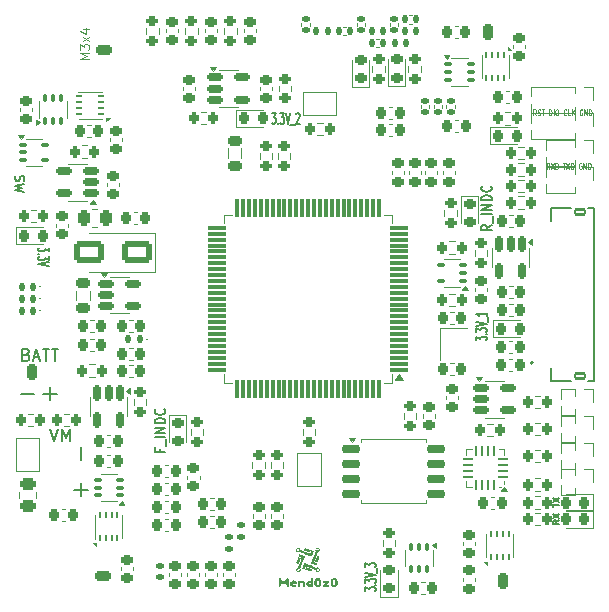
<source format=gto>
G04 #@! TF.GenerationSoftware,KiCad,Pcbnew,8.0.0*
G04 #@! TF.CreationDate,2024-03-25T07:30:18-04:00*
G04 #@! TF.ProjectId,_Sub_HW_Qcopter,5f537562-5f48-4575-9f51-636f70746572,rev?*
G04 #@! TF.SameCoordinates,PX9157080PYf23bb80*
G04 #@! TF.FileFunction,Legend,Top*
G04 #@! TF.FilePolarity,Positive*
%FSLAX46Y46*%
G04 Gerber Fmt 4.6, Leading zero omitted, Abs format (unit mm)*
G04 Created by KiCad (PCBNEW 8.0.0) date 2024-03-25 07:30:18*
%MOMM*%
%LPD*%
G01*
G04 APERTURE LIST*
G04 Aperture macros list*
%AMRoundRect*
0 Rectangle with rounded corners*
0 $1 Rounding radius*
0 $2 $3 $4 $5 $6 $7 $8 $9 X,Y pos of 4 corners*
0 Add a 4 corners polygon primitive as box body*
4,1,4,$2,$3,$4,$5,$6,$7,$8,$9,$2,$3,0*
0 Add four circle primitives for the rounded corners*
1,1,$1+$1,$2,$3*
1,1,$1+$1,$4,$5*
1,1,$1+$1,$6,$7*
1,1,$1+$1,$8,$9*
0 Add four rect primitives between the rounded corners*
20,1,$1+$1,$2,$3,$4,$5,0*
20,1,$1+$1,$4,$5,$6,$7,0*
20,1,$1+$1,$6,$7,$8,$9,0*
20,1,$1+$1,$8,$9,$2,$3,0*%
%AMFreePoly0*
4,1,6,1.000000,0.000000,0.500000,-0.750000,-0.500000,-0.750000,-0.500000,0.750000,0.500000,0.750000,1.000000,0.000000,1.000000,0.000000,$1*%
%AMFreePoly1*
4,1,6,0.500000,-0.750000,-0.650000,-0.750000,-0.150000,0.000000,-0.650000,0.750000,0.500000,0.750000,0.500000,-0.750000,0.500000,-0.750000,$1*%
G04 Aperture macros list end*
%ADD10C,0.095250*%
%ADD11C,0.100000*%
%ADD12C,0.127000*%
%ADD13C,0.120000*%
%ADD14C,0.200000*%
%ADD15C,0.000000*%
%ADD16C,0.010000*%
%ADD17RoundRect,0.225000X-0.225000X-0.250000X0.225000X-0.250000X0.225000X0.250000X-0.225000X0.250000X0*%
%ADD18RoundRect,0.200000X-0.200000X-0.275000X0.200000X-0.275000X0.200000X0.275000X-0.200000X0.275000X0*%
%ADD19RoundRect,0.200000X-0.275000X0.200000X-0.275000X-0.200000X0.275000X-0.200000X0.275000X0.200000X0*%
%ADD20RoundRect,0.225000X0.225000X0.250000X-0.225000X0.250000X-0.225000X-0.250000X0.225000X-0.250000X0*%
%ADD21RoundRect,0.100000X0.225000X0.100000X-0.225000X0.100000X-0.225000X-0.100000X0.225000X-0.100000X0*%
%ADD22RoundRect,0.147500X0.147500X0.172500X-0.147500X0.172500X-0.147500X-0.172500X0.147500X-0.172500X0*%
%ADD23RoundRect,0.150000X-0.512500X-0.150000X0.512500X-0.150000X0.512500X0.150000X-0.512500X0.150000X0*%
%ADD24RoundRect,0.200000X0.275000X-0.200000X0.275000X0.200000X-0.275000X0.200000X-0.275000X-0.200000X0*%
%ADD25RoundRect,0.225000X0.250000X-0.225000X0.250000X0.225000X-0.250000X0.225000X-0.250000X-0.225000X0*%
%ADD26RoundRect,0.250000X1.000000X0.650000X-1.000000X0.650000X-1.000000X-0.650000X1.000000X-0.650000X0*%
%ADD27RoundRect,0.147500X0.172500X-0.147500X0.172500X0.147500X-0.172500X0.147500X-0.172500X-0.147500X0*%
%ADD28RoundRect,0.218750X-0.218750X-0.256250X0.218750X-0.256250X0.218750X0.256250X-0.218750X0.256250X0*%
%ADD29R,1.000000X1.000000*%
%ADD30O,1.000000X1.000000*%
%ADD31C,3.600000*%
%ADD32C,5.600000*%
%ADD33RoundRect,0.102000X0.400000X-0.200000X0.400000X0.200000X-0.400000X0.200000X-0.400000X-0.200000X0*%
%ADD34RoundRect,0.100000X-0.100000X0.225000X-0.100000X-0.225000X0.100000X-0.225000X0.100000X0.225000X0*%
%ADD35C,1.000000*%
%ADD36RoundRect,0.218750X-0.256250X0.218750X-0.256250X-0.218750X0.256250X-0.218750X0.256250X0.218750X0*%
%ADD37RoundRect,0.140000X0.140000X0.170000X-0.140000X0.170000X-0.140000X-0.170000X0.140000X-0.170000X0*%
%ADD38RoundRect,0.075000X0.725000X0.075000X-0.725000X0.075000X-0.725000X-0.075000X0.725000X-0.075000X0*%
%ADD39RoundRect,0.075000X0.075000X0.725000X-0.075000X0.725000X-0.075000X-0.725000X0.075000X-0.725000X0*%
%ADD40RoundRect,0.100000X0.100000X-0.225000X0.100000X0.225000X-0.100000X0.225000X-0.100000X-0.225000X0*%
%ADD41RoundRect,0.140000X-0.170000X0.140000X-0.170000X-0.140000X0.170000X-0.140000X0.170000X0.140000X0*%
%ADD42RoundRect,0.200000X0.200000X0.275000X-0.200000X0.275000X-0.200000X-0.275000X0.200000X-0.275000X0*%
%ADD43RoundRect,0.062500X-0.062500X0.187500X-0.062500X-0.187500X0.062500X-0.187500X0.062500X0.187500X0*%
%ADD44R,1.600000X0.900000*%
%ADD45RoundRect,0.225000X-0.250000X0.225000X-0.250000X-0.225000X0.250000X-0.225000X0.250000X0.225000X0*%
%ADD46R,0.800000X0.900000*%
%ADD47RoundRect,0.218750X0.256250X-0.218750X0.256250X0.218750X-0.256250X0.218750X-0.256250X-0.218750X0*%
%ADD48RoundRect,0.140000X0.170000X-0.140000X0.170000X0.140000X-0.170000X0.140000X-0.170000X-0.140000X0*%
%ADD49RoundRect,0.150000X-0.150000X0.512500X-0.150000X-0.512500X0.150000X-0.512500X0.150000X0.512500X0*%
%ADD50FreePoly0,270.000000*%
%ADD51FreePoly1,270.000000*%
%ADD52RoundRect,0.250000X0.262500X0.450000X-0.262500X0.450000X-0.262500X-0.450000X0.262500X-0.450000X0*%
%ADD53RoundRect,0.062500X0.325000X0.062500X-0.325000X0.062500X-0.325000X-0.062500X0.325000X-0.062500X0*%
%ADD54RoundRect,0.062500X0.062500X0.325000X-0.062500X0.325000X-0.062500X-0.325000X0.062500X-0.325000X0*%
%ADD55R,1.750000X1.750000*%
%ADD56RoundRect,0.150000X-0.650000X-0.150000X0.650000X-0.150000X0.650000X0.150000X-0.650000X0.150000X0*%
%ADD57RoundRect,0.062500X0.062500X-0.187500X0.062500X0.187500X-0.062500X0.187500X-0.062500X-0.187500X0*%
%ADD58RoundRect,0.100000X-0.225000X-0.100000X0.225000X-0.100000X0.225000X0.100000X-0.225000X0.100000X0*%
%ADD59RoundRect,0.218750X0.381250X-0.218750X0.381250X0.218750X-0.381250X0.218750X-0.381250X-0.218750X0*%
%ADD60RoundRect,0.147500X-0.172500X0.147500X-0.172500X-0.147500X0.172500X-0.147500X0.172500X0.147500X0*%
%ADD61RoundRect,0.218750X0.218750X0.256250X-0.218750X0.256250X-0.218750X-0.256250X0.218750X-0.256250X0*%
%ADD62RoundRect,0.150000X0.512500X0.150000X-0.512500X0.150000X-0.512500X-0.150000X0.512500X-0.150000X0*%
%ADD63FreePoly0,0.000000*%
%ADD64FreePoly1,0.000000*%
%ADD65RoundRect,0.062500X0.187500X0.062500X-0.187500X0.062500X-0.187500X-0.062500X0.187500X-0.062500X0*%
%ADD66R,0.900000X1.600000*%
%ADD67RoundRect,0.243750X-0.456250X0.243750X-0.456250X-0.243750X0.456250X-0.243750X0.456250X0.243750X0*%
%ADD68FreePoly0,90.000000*%
%ADD69FreePoly1,90.000000*%
%ADD70RoundRect,0.225000X-0.225000X-0.475000X0.225000X-0.475000X0.225000X0.475000X-0.225000X0.475000X0*%
%ADD71O,0.900000X1.400000*%
%ADD72RoundRect,0.225000X0.225000X0.475000X-0.225000X0.475000X-0.225000X-0.475000X0.225000X-0.475000X0*%
%ADD73RoundRect,0.225000X0.475000X-0.225000X0.475000X0.225000X-0.475000X0.225000X-0.475000X-0.225000X0*%
%ADD74O,1.400000X0.900000*%
%ADD75O,1.550000X0.890000*%
%ADD76O,0.950000X1.250000*%
%ADD77R,1.700000X1.700000*%
%ADD78O,1.700000X1.700000*%
G04 APERTURE END LIST*
D10*
X45811692Y36516123D02*
X45684692Y36758028D01*
X45593978Y36516123D02*
X45593978Y37024123D01*
X45593978Y37024123D02*
X45739121Y37024123D01*
X45739121Y37024123D02*
X45775406Y36999933D01*
X45775406Y36999933D02*
X45793549Y36975742D01*
X45793549Y36975742D02*
X45811692Y36927361D01*
X45811692Y36927361D02*
X45811692Y36854790D01*
X45811692Y36854790D02*
X45793549Y36806409D01*
X45793549Y36806409D02*
X45775406Y36782218D01*
X45775406Y36782218D02*
X45739121Y36758028D01*
X45739121Y36758028D02*
X45593978Y36758028D01*
X45938692Y37024123D02*
X46192692Y36516123D01*
X46192692Y37024123D02*
X45938692Y36516123D01*
X46337835Y36516123D02*
X46337835Y37024123D01*
X46337835Y37024123D02*
X46428549Y37024123D01*
X46428549Y37024123D02*
X46482978Y36999933D01*
X46482978Y36999933D02*
X46519263Y36951552D01*
X46519263Y36951552D02*
X46537406Y36903171D01*
X46537406Y36903171D02*
X46555549Y36806409D01*
X46555549Y36806409D02*
X46555549Y36733837D01*
X46555549Y36733837D02*
X46537406Y36637075D01*
X46537406Y36637075D02*
X46519263Y36588694D01*
X46519263Y36588694D02*
X46482978Y36540313D01*
X46482978Y36540313D02*
X46428549Y36516123D01*
X46428549Y36516123D02*
X46337835Y36516123D01*
X46954692Y37024123D02*
X47172407Y37024123D01*
X47063549Y36516123D02*
X47063549Y37024123D01*
X47263121Y37024123D02*
X47517121Y36516123D01*
X47517121Y37024123D02*
X47263121Y36516123D01*
X47662264Y36516123D02*
X47662264Y37024123D01*
X47662264Y37024123D02*
X47752978Y37024123D01*
X47752978Y37024123D02*
X47807407Y36999933D01*
X47807407Y36999933D02*
X47843692Y36951552D01*
X47843692Y36951552D02*
X47861835Y36903171D01*
X47861835Y36903171D02*
X47879978Y36806409D01*
X47879978Y36806409D02*
X47879978Y36733837D01*
X47879978Y36733837D02*
X47861835Y36637075D01*
X47861835Y36637075D02*
X47843692Y36588694D01*
X47843692Y36588694D02*
X47807407Y36540313D01*
X47807407Y36540313D02*
X47752978Y36516123D01*
X47752978Y36516123D02*
X47662264Y36516123D01*
X48533121Y36999933D02*
X48496836Y37024123D01*
X48496836Y37024123D02*
X48442407Y37024123D01*
X48442407Y37024123D02*
X48387978Y36999933D01*
X48387978Y36999933D02*
X48351693Y36951552D01*
X48351693Y36951552D02*
X48333550Y36903171D01*
X48333550Y36903171D02*
X48315407Y36806409D01*
X48315407Y36806409D02*
X48315407Y36733837D01*
X48315407Y36733837D02*
X48333550Y36637075D01*
X48333550Y36637075D02*
X48351693Y36588694D01*
X48351693Y36588694D02*
X48387978Y36540313D01*
X48387978Y36540313D02*
X48442407Y36516123D01*
X48442407Y36516123D02*
X48478693Y36516123D01*
X48478693Y36516123D02*
X48533121Y36540313D01*
X48533121Y36540313D02*
X48551264Y36564504D01*
X48551264Y36564504D02*
X48551264Y36733837D01*
X48551264Y36733837D02*
X48478693Y36733837D01*
X48714550Y36516123D02*
X48714550Y37024123D01*
X48714550Y37024123D02*
X48932264Y36516123D01*
X48932264Y36516123D02*
X48932264Y37024123D01*
X49113693Y36516123D02*
X49113693Y37024123D01*
X49113693Y37024123D02*
X49204407Y37024123D01*
X49204407Y37024123D02*
X49258836Y36999933D01*
X49258836Y36999933D02*
X49295121Y36951552D01*
X49295121Y36951552D02*
X49313264Y36903171D01*
X49313264Y36903171D02*
X49331407Y36806409D01*
X49331407Y36806409D02*
X49331407Y36733837D01*
X49331407Y36733837D02*
X49313264Y36637075D01*
X49313264Y36637075D02*
X49295121Y36588694D01*
X49295121Y36588694D02*
X49258836Y36540313D01*
X49258836Y36540313D02*
X49204407Y36516123D01*
X49204407Y36516123D02*
X49113693Y36516123D01*
X44694092Y41037323D02*
X44567092Y41279228D01*
X44476378Y41037323D02*
X44476378Y41545323D01*
X44476378Y41545323D02*
X44621521Y41545323D01*
X44621521Y41545323D02*
X44657806Y41521133D01*
X44657806Y41521133D02*
X44675949Y41496942D01*
X44675949Y41496942D02*
X44694092Y41448561D01*
X44694092Y41448561D02*
X44694092Y41375990D01*
X44694092Y41375990D02*
X44675949Y41327609D01*
X44675949Y41327609D02*
X44657806Y41303418D01*
X44657806Y41303418D02*
X44621521Y41279228D01*
X44621521Y41279228D02*
X44476378Y41279228D01*
X44839235Y41061513D02*
X44893664Y41037323D01*
X44893664Y41037323D02*
X44984378Y41037323D01*
X44984378Y41037323D02*
X45020664Y41061513D01*
X45020664Y41061513D02*
X45038806Y41085704D01*
X45038806Y41085704D02*
X45056949Y41134085D01*
X45056949Y41134085D02*
X45056949Y41182466D01*
X45056949Y41182466D02*
X45038806Y41230847D01*
X45038806Y41230847D02*
X45020664Y41255037D01*
X45020664Y41255037D02*
X44984378Y41279228D01*
X44984378Y41279228D02*
X44911806Y41303418D01*
X44911806Y41303418D02*
X44875521Y41327609D01*
X44875521Y41327609D02*
X44857378Y41351799D01*
X44857378Y41351799D02*
X44839235Y41400180D01*
X44839235Y41400180D02*
X44839235Y41448561D01*
X44839235Y41448561D02*
X44857378Y41496942D01*
X44857378Y41496942D02*
X44875521Y41521133D01*
X44875521Y41521133D02*
X44911806Y41545323D01*
X44911806Y41545323D02*
X45002521Y41545323D01*
X45002521Y41545323D02*
X45056949Y41521133D01*
X45165806Y41545323D02*
X45383521Y41545323D01*
X45274663Y41037323D02*
X45274663Y41545323D01*
X45800807Y41037323D02*
X45800807Y41545323D01*
X45800807Y41545323D02*
X45891521Y41545323D01*
X45891521Y41545323D02*
X45945950Y41521133D01*
X45945950Y41521133D02*
X45982235Y41472752D01*
X45982235Y41472752D02*
X46000378Y41424371D01*
X46000378Y41424371D02*
X46018521Y41327609D01*
X46018521Y41327609D02*
X46018521Y41255037D01*
X46018521Y41255037D02*
X46000378Y41158275D01*
X46000378Y41158275D02*
X45982235Y41109894D01*
X45982235Y41109894D02*
X45945950Y41061513D01*
X45945950Y41061513D02*
X45891521Y41037323D01*
X45891521Y41037323D02*
X45800807Y41037323D01*
X46181807Y41037323D02*
X46181807Y41545323D01*
X46435807Y41545323D02*
X46508379Y41545323D01*
X46508379Y41545323D02*
X46544664Y41521133D01*
X46544664Y41521133D02*
X46580950Y41472752D01*
X46580950Y41472752D02*
X46599093Y41375990D01*
X46599093Y41375990D02*
X46599093Y41206656D01*
X46599093Y41206656D02*
X46580950Y41109894D01*
X46580950Y41109894D02*
X46544664Y41061513D01*
X46544664Y41061513D02*
X46508379Y41037323D01*
X46508379Y41037323D02*
X46435807Y41037323D01*
X46435807Y41037323D02*
X46399522Y41061513D01*
X46399522Y41061513D02*
X46363236Y41109894D01*
X46363236Y41109894D02*
X46345093Y41206656D01*
X46345093Y41206656D02*
X46345093Y41375990D01*
X46345093Y41375990D02*
X46363236Y41472752D01*
X46363236Y41472752D02*
X46399522Y41521133D01*
X46399522Y41521133D02*
X46435807Y41545323D01*
X47270379Y41085704D02*
X47252236Y41061513D01*
X47252236Y41061513D02*
X47197808Y41037323D01*
X47197808Y41037323D02*
X47161522Y41037323D01*
X47161522Y41037323D02*
X47107093Y41061513D01*
X47107093Y41061513D02*
X47070808Y41109894D01*
X47070808Y41109894D02*
X47052665Y41158275D01*
X47052665Y41158275D02*
X47034522Y41255037D01*
X47034522Y41255037D02*
X47034522Y41327609D01*
X47034522Y41327609D02*
X47052665Y41424371D01*
X47052665Y41424371D02*
X47070808Y41472752D01*
X47070808Y41472752D02*
X47107093Y41521133D01*
X47107093Y41521133D02*
X47161522Y41545323D01*
X47161522Y41545323D02*
X47197808Y41545323D01*
X47197808Y41545323D02*
X47252236Y41521133D01*
X47252236Y41521133D02*
X47270379Y41496942D01*
X47615093Y41037323D02*
X47433665Y41037323D01*
X47433665Y41037323D02*
X47433665Y41545323D01*
X47742094Y41037323D02*
X47742094Y41545323D01*
X47959808Y41037323D02*
X47796522Y41327609D01*
X47959808Y41545323D02*
X47742094Y41255037D01*
X48612951Y41521133D02*
X48576666Y41545323D01*
X48576666Y41545323D02*
X48522237Y41545323D01*
X48522237Y41545323D02*
X48467808Y41521133D01*
X48467808Y41521133D02*
X48431523Y41472752D01*
X48431523Y41472752D02*
X48413380Y41424371D01*
X48413380Y41424371D02*
X48395237Y41327609D01*
X48395237Y41327609D02*
X48395237Y41255037D01*
X48395237Y41255037D02*
X48413380Y41158275D01*
X48413380Y41158275D02*
X48431523Y41109894D01*
X48431523Y41109894D02*
X48467808Y41061513D01*
X48467808Y41061513D02*
X48522237Y41037323D01*
X48522237Y41037323D02*
X48558523Y41037323D01*
X48558523Y41037323D02*
X48612951Y41061513D01*
X48612951Y41061513D02*
X48631094Y41085704D01*
X48631094Y41085704D02*
X48631094Y41255037D01*
X48631094Y41255037D02*
X48558523Y41255037D01*
X48794380Y41037323D02*
X48794380Y41545323D01*
X48794380Y41545323D02*
X49012094Y41037323D01*
X49012094Y41037323D02*
X49012094Y41545323D01*
X49193523Y41037323D02*
X49193523Y41545323D01*
X49193523Y41545323D02*
X49284237Y41545323D01*
X49284237Y41545323D02*
X49338666Y41521133D01*
X49338666Y41521133D02*
X49374951Y41472752D01*
X49374951Y41472752D02*
X49393094Y41424371D01*
X49393094Y41424371D02*
X49411237Y41327609D01*
X49411237Y41327609D02*
X49411237Y41255037D01*
X49411237Y41255037D02*
X49393094Y41158275D01*
X49393094Y41158275D02*
X49374951Y41109894D01*
X49374951Y41109894D02*
X49338666Y41061513D01*
X49338666Y41061513D02*
X49284237Y41037323D01*
X49284237Y41037323D02*
X49193523Y41037323D01*
D11*
X6861145Y45789418D02*
X6099145Y45789418D01*
X6099145Y45789418D02*
X6643431Y46043418D01*
X6643431Y46043418D02*
X6099145Y46297418D01*
X6099145Y46297418D02*
X6861145Y46297418D01*
X6099145Y46587704D02*
X6099145Y47059418D01*
X6099145Y47059418D02*
X6389431Y46805418D01*
X6389431Y46805418D02*
X6389431Y46914275D01*
X6389431Y46914275D02*
X6425717Y46986846D01*
X6425717Y46986846D02*
X6462002Y47023132D01*
X6462002Y47023132D02*
X6534574Y47059418D01*
X6534574Y47059418D02*
X6716002Y47059418D01*
X6716002Y47059418D02*
X6788574Y47023132D01*
X6788574Y47023132D02*
X6824860Y46986846D01*
X6824860Y46986846D02*
X6861145Y46914275D01*
X6861145Y46914275D02*
X6861145Y46696561D01*
X6861145Y46696561D02*
X6824860Y46623989D01*
X6824860Y46623989D02*
X6788574Y46587704D01*
X6861145Y47313418D02*
X6353145Y47712560D01*
X6353145Y47313418D02*
X6861145Y47712560D01*
X6353145Y48329417D02*
X6861145Y48329417D01*
X6062860Y48147989D02*
X6607145Y47966560D01*
X6607145Y47966560D02*
X6607145Y48438275D01*
D12*
X46667226Y6768591D02*
X46425321Y6599257D01*
X46667226Y6478305D02*
X46159226Y6478305D01*
X46159226Y6478305D02*
X46159226Y6671829D01*
X46159226Y6671829D02*
X46183416Y6720210D01*
X46183416Y6720210D02*
X46207607Y6744400D01*
X46207607Y6744400D02*
X46255988Y6768591D01*
X46255988Y6768591D02*
X46328559Y6768591D01*
X46328559Y6768591D02*
X46376940Y6744400D01*
X46376940Y6744400D02*
X46401131Y6720210D01*
X46401131Y6720210D02*
X46425321Y6671829D01*
X46425321Y6671829D02*
X46425321Y6478305D01*
X46159226Y6937924D02*
X46667226Y7276591D01*
X46159226Y7276591D02*
X46667226Y6937924D01*
X46159226Y7878933D02*
X46159226Y8169219D01*
X46667226Y8024076D02*
X46159226Y8024076D01*
X46159226Y8290172D02*
X46667226Y8628839D01*
X46159226Y8628839D02*
X46667226Y8290172D01*
X644144Y35915506D02*
X607858Y35806648D01*
X607858Y35806648D02*
X607858Y35625220D01*
X607858Y35625220D02*
X644144Y35552648D01*
X644144Y35552648D02*
X680429Y35516363D01*
X680429Y35516363D02*
X753001Y35480077D01*
X753001Y35480077D02*
X825572Y35480077D01*
X825572Y35480077D02*
X898144Y35516363D01*
X898144Y35516363D02*
X934429Y35552648D01*
X934429Y35552648D02*
X970715Y35625220D01*
X970715Y35625220D02*
X1007001Y35770363D01*
X1007001Y35770363D02*
X1043286Y35842934D01*
X1043286Y35842934D02*
X1079572Y35879220D01*
X1079572Y35879220D02*
X1152144Y35915506D01*
X1152144Y35915506D02*
X1224715Y35915506D01*
X1224715Y35915506D02*
X1297286Y35879220D01*
X1297286Y35879220D02*
X1333572Y35842934D01*
X1333572Y35842934D02*
X1369858Y35770363D01*
X1369858Y35770363D02*
X1369858Y35588934D01*
X1369858Y35588934D02*
X1333572Y35480077D01*
X1369858Y35226077D02*
X607858Y35044649D01*
X607858Y35044649D02*
X1152144Y34899506D01*
X1152144Y34899506D02*
X607858Y34754363D01*
X607858Y34754363D02*
X1369858Y34572934D01*
X40931000Y31790010D02*
X40507667Y31536010D01*
X40931000Y31354581D02*
X40042000Y31354581D01*
X40042000Y31354581D02*
X40042000Y31644867D01*
X40042000Y31644867D02*
X40084333Y31717438D01*
X40084333Y31717438D02*
X40126667Y31753724D01*
X40126667Y31753724D02*
X40211333Y31790010D01*
X40211333Y31790010D02*
X40338333Y31790010D01*
X40338333Y31790010D02*
X40423000Y31753724D01*
X40423000Y31753724D02*
X40465333Y31717438D01*
X40465333Y31717438D02*
X40507667Y31644867D01*
X40507667Y31644867D02*
X40507667Y31354581D01*
X41015667Y31935152D02*
X41015667Y32515724D01*
X40931000Y32697152D02*
X40042000Y32697152D01*
X40931000Y33060009D02*
X40042000Y33060009D01*
X40042000Y33060009D02*
X40931000Y33495438D01*
X40931000Y33495438D02*
X40042000Y33495438D01*
X40931000Y33858295D02*
X40042000Y33858295D01*
X40042000Y33858295D02*
X40042000Y34039724D01*
X40042000Y34039724D02*
X40084333Y34148581D01*
X40084333Y34148581D02*
X40169000Y34221152D01*
X40169000Y34221152D02*
X40253667Y34257438D01*
X40253667Y34257438D02*
X40423000Y34293724D01*
X40423000Y34293724D02*
X40550000Y34293724D01*
X40550000Y34293724D02*
X40719333Y34257438D01*
X40719333Y34257438D02*
X40804000Y34221152D01*
X40804000Y34221152D02*
X40888667Y34148581D01*
X40888667Y34148581D02*
X40931000Y34039724D01*
X40931000Y34039724D02*
X40931000Y33858295D01*
X40846333Y35055724D02*
X40888667Y35019438D01*
X40888667Y35019438D02*
X40931000Y34910581D01*
X40931000Y34910581D02*
X40931000Y34838009D01*
X40931000Y34838009D02*
X40888667Y34729152D01*
X40888667Y34729152D02*
X40804000Y34656581D01*
X40804000Y34656581D02*
X40719333Y34620295D01*
X40719333Y34620295D02*
X40550000Y34584009D01*
X40550000Y34584009D02*
X40423000Y34584009D01*
X40423000Y34584009D02*
X40253667Y34620295D01*
X40253667Y34620295D02*
X40169000Y34656581D01*
X40169000Y34656581D02*
X40084333Y34729152D01*
X40084333Y34729152D02*
X40042000Y34838009D01*
X40042000Y34838009D02*
X40042000Y34910581D01*
X40042000Y34910581D02*
X40084333Y35019438D01*
X40084333Y35019438D02*
X40126667Y35055724D01*
X12855533Y12837981D02*
X12855533Y12583981D01*
X13321200Y12583981D02*
X12432200Y12583981D01*
X12432200Y12583981D02*
X12432200Y12946838D01*
X13405867Y13055695D02*
X13405867Y13636267D01*
X13321200Y13817695D02*
X12432200Y13817695D01*
X13321200Y14180552D02*
X12432200Y14180552D01*
X12432200Y14180552D02*
X13321200Y14615981D01*
X13321200Y14615981D02*
X12432200Y14615981D01*
X13321200Y14978838D02*
X12432200Y14978838D01*
X12432200Y14978838D02*
X12432200Y15160267D01*
X12432200Y15160267D02*
X12474533Y15269124D01*
X12474533Y15269124D02*
X12559200Y15341695D01*
X12559200Y15341695D02*
X12643867Y15377981D01*
X12643867Y15377981D02*
X12813200Y15414267D01*
X12813200Y15414267D02*
X12940200Y15414267D01*
X12940200Y15414267D02*
X13109533Y15377981D01*
X13109533Y15377981D02*
X13194200Y15341695D01*
X13194200Y15341695D02*
X13278867Y15269124D01*
X13278867Y15269124D02*
X13321200Y15160267D01*
X13321200Y15160267D02*
X13321200Y14978838D01*
X13236533Y16176267D02*
X13278867Y16139981D01*
X13278867Y16139981D02*
X13321200Y16031124D01*
X13321200Y16031124D02*
X13321200Y15958552D01*
X13321200Y15958552D02*
X13278867Y15849695D01*
X13278867Y15849695D02*
X13194200Y15777124D01*
X13194200Y15777124D02*
X13109533Y15740838D01*
X13109533Y15740838D02*
X12940200Y15704552D01*
X12940200Y15704552D02*
X12813200Y15704552D01*
X12813200Y15704552D02*
X12643867Y15740838D01*
X12643867Y15740838D02*
X12559200Y15777124D01*
X12559200Y15777124D02*
X12474533Y15849695D01*
X12474533Y15849695D02*
X12432200Y15958552D01*
X12432200Y15958552D02*
X12432200Y16031124D01*
X12432200Y16031124D02*
X12474533Y16139981D01*
X12474533Y16139981D02*
X12516867Y16176267D01*
X30237600Y765724D02*
X30237600Y1080200D01*
X30237600Y1080200D02*
X30576267Y910867D01*
X30576267Y910867D02*
X30576267Y983438D01*
X30576267Y983438D02*
X30618600Y1031819D01*
X30618600Y1031819D02*
X30660933Y1056010D01*
X30660933Y1056010D02*
X30745600Y1080200D01*
X30745600Y1080200D02*
X30957267Y1080200D01*
X30957267Y1080200D02*
X31041933Y1056010D01*
X31041933Y1056010D02*
X31084267Y1031819D01*
X31084267Y1031819D02*
X31126600Y983438D01*
X31126600Y983438D02*
X31126600Y838295D01*
X31126600Y838295D02*
X31084267Y789914D01*
X31084267Y789914D02*
X31041933Y765724D01*
X31041933Y1297915D02*
X31084267Y1322105D01*
X31084267Y1322105D02*
X31126600Y1297915D01*
X31126600Y1297915D02*
X31084267Y1273724D01*
X31084267Y1273724D02*
X31041933Y1297915D01*
X31041933Y1297915D02*
X31126600Y1297915D01*
X30237600Y1491439D02*
X30237600Y1805915D01*
X30237600Y1805915D02*
X30576267Y1636582D01*
X30576267Y1636582D02*
X30576267Y1709153D01*
X30576267Y1709153D02*
X30618600Y1757534D01*
X30618600Y1757534D02*
X30660933Y1781725D01*
X30660933Y1781725D02*
X30745600Y1805915D01*
X30745600Y1805915D02*
X30957267Y1805915D01*
X30957267Y1805915D02*
X31041933Y1781725D01*
X31041933Y1781725D02*
X31084267Y1757534D01*
X31084267Y1757534D02*
X31126600Y1709153D01*
X31126600Y1709153D02*
X31126600Y1564010D01*
X31126600Y1564010D02*
X31084267Y1515629D01*
X31084267Y1515629D02*
X31041933Y1491439D01*
X30237600Y1951058D02*
X31126600Y2120392D01*
X31126600Y2120392D02*
X30237600Y2289725D01*
X31211267Y2338106D02*
X31211267Y2725154D01*
X30237600Y2797726D02*
X30237600Y3112202D01*
X30237600Y3112202D02*
X30576267Y2942869D01*
X30576267Y2942869D02*
X30576267Y3015440D01*
X30576267Y3015440D02*
X30618600Y3063821D01*
X30618600Y3063821D02*
X30660933Y3088012D01*
X30660933Y3088012D02*
X30745600Y3112202D01*
X30745600Y3112202D02*
X30957267Y3112202D01*
X30957267Y3112202D02*
X31041933Y3088012D01*
X31041933Y3088012D02*
X31084267Y3063821D01*
X31084267Y3063821D02*
X31126600Y3015440D01*
X31126600Y3015440D02*
X31126600Y2870297D01*
X31126600Y2870297D02*
X31084267Y2821916D01*
X31084267Y2821916D02*
X31041933Y2797726D01*
X22330323Y41212600D02*
X22644799Y41212600D01*
X22644799Y41212600D02*
X22475466Y40873933D01*
X22475466Y40873933D02*
X22548037Y40873933D01*
X22548037Y40873933D02*
X22596418Y40831600D01*
X22596418Y40831600D02*
X22620609Y40789267D01*
X22620609Y40789267D02*
X22644799Y40704600D01*
X22644799Y40704600D02*
X22644799Y40492933D01*
X22644799Y40492933D02*
X22620609Y40408267D01*
X22620609Y40408267D02*
X22596418Y40365933D01*
X22596418Y40365933D02*
X22548037Y40323600D01*
X22548037Y40323600D02*
X22402894Y40323600D01*
X22402894Y40323600D02*
X22354513Y40365933D01*
X22354513Y40365933D02*
X22330323Y40408267D01*
X22862514Y40408267D02*
X22886704Y40365933D01*
X22886704Y40365933D02*
X22862514Y40323600D01*
X22862514Y40323600D02*
X22838323Y40365933D01*
X22838323Y40365933D02*
X22862514Y40408267D01*
X22862514Y40408267D02*
X22862514Y40323600D01*
X23056038Y41212600D02*
X23370514Y41212600D01*
X23370514Y41212600D02*
X23201181Y40873933D01*
X23201181Y40873933D02*
X23273752Y40873933D01*
X23273752Y40873933D02*
X23322133Y40831600D01*
X23322133Y40831600D02*
X23346324Y40789267D01*
X23346324Y40789267D02*
X23370514Y40704600D01*
X23370514Y40704600D02*
X23370514Y40492933D01*
X23370514Y40492933D02*
X23346324Y40408267D01*
X23346324Y40408267D02*
X23322133Y40365933D01*
X23322133Y40365933D02*
X23273752Y40323600D01*
X23273752Y40323600D02*
X23128609Y40323600D01*
X23128609Y40323600D02*
X23080228Y40365933D01*
X23080228Y40365933D02*
X23056038Y40408267D01*
X23515657Y41212600D02*
X23684991Y40323600D01*
X23684991Y40323600D02*
X23854324Y41212600D01*
X23902706Y40238933D02*
X24289753Y40238933D01*
X24386515Y41127933D02*
X24410706Y41170267D01*
X24410706Y41170267D02*
X24459087Y41212600D01*
X24459087Y41212600D02*
X24580039Y41212600D01*
X24580039Y41212600D02*
X24628420Y41170267D01*
X24628420Y41170267D02*
X24652611Y41127933D01*
X24652611Y41127933D02*
X24676801Y41043267D01*
X24676801Y41043267D02*
X24676801Y40958600D01*
X24676801Y40958600D02*
X24652611Y40831600D01*
X24652611Y40831600D02*
X24362325Y40323600D01*
X24362325Y40323600D02*
X24676801Y40323600D01*
X39648301Y21998913D02*
X39648301Y22313389D01*
X39648301Y22313389D02*
X39986968Y22144056D01*
X39986968Y22144056D02*
X39986968Y22216627D01*
X39986968Y22216627D02*
X40029301Y22265008D01*
X40029301Y22265008D02*
X40071634Y22289199D01*
X40071634Y22289199D02*
X40156301Y22313389D01*
X40156301Y22313389D02*
X40367968Y22313389D01*
X40367968Y22313389D02*
X40452634Y22289199D01*
X40452634Y22289199D02*
X40494968Y22265008D01*
X40494968Y22265008D02*
X40537301Y22216627D01*
X40537301Y22216627D02*
X40537301Y22071484D01*
X40537301Y22071484D02*
X40494968Y22023103D01*
X40494968Y22023103D02*
X40452634Y21998913D01*
X40452634Y22531104D02*
X40494968Y22555294D01*
X40494968Y22555294D02*
X40537301Y22531104D01*
X40537301Y22531104D02*
X40494968Y22506913D01*
X40494968Y22506913D02*
X40452634Y22531104D01*
X40452634Y22531104D02*
X40537301Y22531104D01*
X39648301Y22724628D02*
X39648301Y23039104D01*
X39648301Y23039104D02*
X39986968Y22869771D01*
X39986968Y22869771D02*
X39986968Y22942342D01*
X39986968Y22942342D02*
X40029301Y22990723D01*
X40029301Y22990723D02*
X40071634Y23014914D01*
X40071634Y23014914D02*
X40156301Y23039104D01*
X40156301Y23039104D02*
X40367968Y23039104D01*
X40367968Y23039104D02*
X40452634Y23014914D01*
X40452634Y23014914D02*
X40494968Y22990723D01*
X40494968Y22990723D02*
X40537301Y22942342D01*
X40537301Y22942342D02*
X40537301Y22797199D01*
X40537301Y22797199D02*
X40494968Y22748818D01*
X40494968Y22748818D02*
X40452634Y22724628D01*
X39648301Y23184247D02*
X40537301Y23353581D01*
X40537301Y23353581D02*
X39648301Y23522914D01*
X40621968Y23571295D02*
X40621968Y23958343D01*
X40537301Y24345391D02*
X40537301Y24055105D01*
X40537301Y24200248D02*
X39648301Y24200248D01*
X39648301Y24200248D02*
X39775301Y24151867D01*
X39775301Y24151867D02*
X39859968Y24103486D01*
X39859968Y24103486D02*
X39902301Y24055105D01*
X3442799Y29841277D02*
X3442799Y29526801D01*
X3442799Y29526801D02*
X3104133Y29696134D01*
X3104133Y29696134D02*
X3104133Y29623563D01*
X3104133Y29623563D02*
X3061799Y29575182D01*
X3061799Y29575182D02*
X3019466Y29550991D01*
X3019466Y29550991D02*
X2934799Y29526801D01*
X2934799Y29526801D02*
X2723133Y29526801D01*
X2723133Y29526801D02*
X2638466Y29550991D01*
X2638466Y29550991D02*
X2596133Y29575182D01*
X2596133Y29575182D02*
X2553799Y29623563D01*
X2553799Y29623563D02*
X2553799Y29768706D01*
X2553799Y29768706D02*
X2596133Y29817087D01*
X2596133Y29817087D02*
X2638466Y29841277D01*
X2638466Y29309086D02*
X2596133Y29284896D01*
X2596133Y29284896D02*
X2553799Y29309086D01*
X2553799Y29309086D02*
X2596133Y29333277D01*
X2596133Y29333277D02*
X2638466Y29309086D01*
X2638466Y29309086D02*
X2553799Y29309086D01*
X3442799Y29115562D02*
X3442799Y28801086D01*
X3442799Y28801086D02*
X3104133Y28970419D01*
X3104133Y28970419D02*
X3104133Y28897848D01*
X3104133Y28897848D02*
X3061799Y28849467D01*
X3061799Y28849467D02*
X3019466Y28825276D01*
X3019466Y28825276D02*
X2934799Y28801086D01*
X2934799Y28801086D02*
X2723133Y28801086D01*
X2723133Y28801086D02*
X2638466Y28825276D01*
X2638466Y28825276D02*
X2596133Y28849467D01*
X2596133Y28849467D02*
X2553799Y28897848D01*
X2553799Y28897848D02*
X2553799Y29042991D01*
X2553799Y29042991D02*
X2596133Y29091372D01*
X2596133Y29091372D02*
X2638466Y29115562D01*
X3442799Y28655943D02*
X2553799Y28486609D01*
X2553799Y28486609D02*
X3442799Y28317276D01*
X1056009Y17486884D02*
X2217152Y17486884D01*
X2942866Y17486884D02*
X4104009Y17486884D01*
X3523437Y16906313D02*
X3523437Y18067456D01*
X1543980Y20794995D02*
X1686837Y20747376D01*
X1686837Y20747376D02*
X1734456Y20699757D01*
X1734456Y20699757D02*
X1782075Y20604519D01*
X1782075Y20604519D02*
X1782075Y20461662D01*
X1782075Y20461662D02*
X1734456Y20366424D01*
X1734456Y20366424D02*
X1686837Y20318804D01*
X1686837Y20318804D02*
X1591599Y20271185D01*
X1591599Y20271185D02*
X1210647Y20271185D01*
X1210647Y20271185D02*
X1210647Y21271185D01*
X1210647Y21271185D02*
X1543980Y21271185D01*
X1543980Y21271185D02*
X1639218Y21223566D01*
X1639218Y21223566D02*
X1686837Y21175947D01*
X1686837Y21175947D02*
X1734456Y21080709D01*
X1734456Y21080709D02*
X1734456Y20985471D01*
X1734456Y20985471D02*
X1686837Y20890233D01*
X1686837Y20890233D02*
X1639218Y20842614D01*
X1639218Y20842614D02*
X1543980Y20794995D01*
X1543980Y20794995D02*
X1210647Y20794995D01*
X2163028Y20556900D02*
X2639218Y20556900D01*
X2067790Y20271185D02*
X2401123Y21271185D01*
X2401123Y21271185D02*
X2734456Y20271185D01*
X2924933Y21271185D02*
X3496361Y21271185D01*
X3210647Y20271185D02*
X3210647Y21271185D01*
X3686838Y21271185D02*
X4258266Y21271185D01*
X3972552Y20271185D02*
X3972552Y21271185D01*
X3533113Y14481944D02*
X3871780Y13465944D01*
X3871780Y13465944D02*
X4210447Y14481944D01*
X4549113Y13465944D02*
X4549113Y14481944D01*
X4549113Y14481944D02*
X4887780Y13756229D01*
X4887780Y13756229D02*
X5226447Y14481944D01*
X5226447Y14481944D02*
X5226447Y13465944D01*
X6158484Y12997543D02*
X6158484Y11836400D01*
X6158484Y9949543D02*
X6158484Y8788400D01*
X5577912Y9368972D02*
X6739055Y9368972D01*
D13*
X32244419Y41787500D02*
X32525581Y41787500D01*
X32244419Y40767500D02*
X32525581Y40767500D01*
X16313742Y41330500D02*
X16788258Y41330500D01*
X16313742Y40285500D02*
X16788258Y40285500D01*
X36942500Y33016458D02*
X36942500Y32541942D01*
X37987500Y33016458D02*
X37987500Y32541942D01*
X42710582Y25093000D02*
X42429420Y25093000D01*
X42710582Y24073000D02*
X42429420Y24073000D01*
X10554581Y21338000D02*
X10273419Y21338000D01*
X10554581Y20318000D02*
X10273419Y20318000D01*
X9224534Y10685000D02*
X7824534Y10685000D01*
X9234534Y8365000D02*
X7824534Y8365000D01*
X9844534Y8085000D02*
X9364534Y8085000D01*
X9604534Y8415000D01*
X9844534Y8085000D01*
G36*
X9844534Y8085000D02*
G01*
X9364534Y8085000D01*
X9604534Y8415000D01*
X9844534Y8085000D01*
G37*
X9403500Y27402000D02*
X8603500Y27402000D01*
X9403500Y27402000D02*
X10203500Y27402000D01*
X9403500Y24282000D02*
X8603500Y24282000D01*
X9403500Y24282000D02*
X10203500Y24282000D01*
X8103500Y27352000D02*
X7863500Y27682000D01*
X8343500Y27682000D01*
X8103500Y27352000D01*
G36*
X8103500Y27352000D02*
G01*
X7863500Y27682000D01*
X8343500Y27682000D01*
X8103500Y27352000D01*
G37*
X18296500Y47971942D02*
X18296500Y48446458D01*
X19341500Y47971942D02*
X19341500Y48446458D01*
X42746200Y46722419D02*
X42746200Y47003581D01*
X43766200Y46722419D02*
X43766200Y47003581D01*
X12400000Y31114000D02*
X6890000Y31114000D01*
X12400000Y27814000D02*
X6890000Y27814000D01*
X12400000Y27814000D02*
X12400000Y31114000D01*
X42431581Y43080400D02*
X42150419Y43080400D01*
X42431581Y42060400D02*
X42150419Y42060400D01*
X38479000Y1612019D02*
X38479000Y1893181D01*
X39499000Y1612019D02*
X39499000Y1893181D01*
X6239742Y38495500D02*
X6714258Y38495500D01*
X6239742Y37450500D02*
X6714258Y37450500D01*
X1014000Y41388419D02*
X1014000Y41669581D01*
X2034000Y41388419D02*
X2034000Y41669581D01*
X674000Y31596000D02*
X674000Y30126000D01*
X674000Y30126000D02*
X2959000Y30126000D01*
X2959000Y31596000D02*
X674000Y31596000D01*
X46818000Y17874000D02*
X46818000Y17071530D01*
X46818000Y16456470D02*
X46818000Y15654000D01*
X48023000Y17874000D02*
X46818000Y17874000D01*
X48023000Y17874000D02*
X48023000Y17327471D01*
X48023000Y16200529D02*
X48023000Y15654000D01*
X48023000Y15654000D02*
X46818000Y15654000D01*
X48783000Y17874001D02*
X49543000Y17874000D01*
X49543000Y17874000D02*
X49543000Y16764000D01*
X11692500Y47971942D02*
X11692500Y48446458D01*
X12737500Y47971942D02*
X12737500Y48446458D01*
X40880419Y8765000D02*
X41161581Y8765000D01*
X40880419Y7745000D02*
X41161581Y7745000D01*
X39507500Y29638258D02*
X39507500Y29163742D01*
X40552500Y29638258D02*
X40552500Y29163742D01*
X20686500Y11667258D02*
X20686500Y11192742D01*
X21731500Y11667258D02*
X21731500Y11192742D01*
X17412581Y8663400D02*
X17131419Y8663400D01*
X17412581Y7643400D02*
X17131419Y7643400D01*
X46818000Y11143000D02*
X46818000Y10340530D01*
X46818000Y9725470D02*
X46818000Y8923000D01*
X48023000Y11143000D02*
X46818000Y11143000D01*
X48023000Y11143000D02*
X48023000Y10596471D01*
X48023000Y9469529D02*
X48023000Y8923000D01*
X48023000Y8923000D02*
X46818000Y8923000D01*
X48783000Y11143001D02*
X49543000Y11143000D01*
X49543000Y11143000D02*
X49543000Y10033000D01*
D11*
X11817998Y22098000D02*
G75*
G02*
X11718000Y22098000I-49999J0D01*
G01*
X11718000Y22098000D02*
G75*
G02*
X11817998Y22098000I49999J0D01*
G01*
D13*
X10919581Y32871000D02*
X10638419Y32871000D01*
X10919581Y31851000D02*
X10638419Y31851000D01*
D12*
X45987000Y33164000D02*
X45987000Y32084000D01*
X45987000Y19644000D02*
X45987000Y18564000D01*
X45987000Y18564000D02*
X47667001Y18564000D01*
X47667001Y33164000D02*
X45987000Y33164000D01*
X49627000Y33164000D02*
X49106999Y33164000D01*
X49627000Y18564000D02*
X49106999Y18564000D01*
X49627000Y18564000D02*
X49627000Y33164000D01*
D14*
X44437001Y20114000D02*
G75*
G02*
X44237001Y20114000I-100000J0D01*
G01*
X44237001Y20114000D02*
G75*
G02*
X44437001Y20114000I100000J0D01*
G01*
D13*
X8380000Y35038419D02*
X8380000Y35319581D01*
X9400000Y35038419D02*
X9400000Y35319581D01*
X33638000Y4256000D02*
X33638000Y2856000D01*
X35958000Y4266000D02*
X35958000Y2856000D01*
X36238000Y4396000D02*
X35908000Y4636000D01*
X36238000Y4876000D01*
X36238000Y4396000D01*
G36*
X36238000Y4396000D02*
G01*
X35908000Y4636000D01*
X36238000Y4876000D01*
X36238000Y4396000D01*
G37*
X22223000Y6984419D02*
X22223000Y7265581D01*
X23243000Y6984419D02*
X23243000Y7265581D01*
X42685581Y21973000D02*
X42404419Y21973000D01*
X42685581Y20953000D02*
X42404419Y20953000D01*
X42710582Y26617000D02*
X42429420Y26617000D01*
X42710582Y25597000D02*
X42429420Y25597000D01*
X6717420Y40261000D02*
X6998580Y40261000D01*
X6717420Y39241000D02*
X6998580Y39241000D01*
X22235900Y11192742D02*
X22235900Y11667258D01*
X23280900Y11192742D02*
X23280900Y11667258D01*
X19295500Y41543000D02*
X19295500Y40073000D01*
X19295500Y40073000D02*
X21580500Y40073000D01*
X21580500Y41543000D02*
X19295500Y41543000D01*
X38355600Y34250899D02*
X38355600Y31965899D01*
X39825600Y34250899D02*
X38355600Y34250899D01*
X39825600Y31965899D02*
X39825600Y34250899D01*
X35333999Y36069919D02*
X35333999Y36351081D01*
X36353999Y36069919D02*
X36353999Y36351081D01*
X34194636Y49534400D02*
X33978964Y49534400D01*
X34194636Y48814400D02*
X33978964Y48814400D01*
X18290000Y32637000D02*
X18290000Y31937000D01*
X18290000Y18417000D02*
X18290000Y19117000D01*
X18990000Y32637000D02*
X18290000Y32637000D01*
X18990000Y18417000D02*
X18290000Y18417000D01*
X31810000Y32637000D02*
X32510000Y32637000D01*
X31810000Y18417000D02*
X32510000Y18417000D01*
X32510000Y32637000D02*
X32510000Y31937000D01*
X32510000Y18417000D02*
X32510000Y19117000D01*
X33477500Y18647000D02*
X32797500Y18647000D01*
X33137500Y19117000D01*
X33477500Y18647000D01*
G36*
X33477500Y18647000D02*
G01*
X32797500Y18647000D01*
X33137500Y19117000D01*
X33477500Y18647000D01*
G37*
X2650000Y40819000D02*
X2650000Y42229000D01*
X4970000Y40829000D02*
X4970000Y42229000D01*
X2700000Y40449000D02*
X2370000Y40209000D01*
X2370000Y40689000D01*
X2700000Y40449000D01*
G36*
X2700000Y40449000D02*
G01*
X2370000Y40209000D01*
X2370000Y40689000D01*
X2700000Y40449000D01*
G37*
X36027000Y41893336D02*
X36027000Y41677664D01*
X36747000Y41893336D02*
X36747000Y41677664D01*
X7349258Y19953499D02*
X6874742Y19953499D01*
X7349258Y18908499D02*
X6874742Y18908499D01*
X21321500Y37829258D02*
X21321500Y37354742D01*
X22366500Y37829258D02*
X22366500Y37354742D01*
X33936999Y36069919D02*
X33936999Y36351081D01*
X34956999Y36069919D02*
X34956999Y36351081D01*
X40092900Y46169500D02*
X40092900Y44169500D01*
X42372900Y46179500D02*
X42372900Y44179500D01*
X42582900Y46539500D02*
X42302900Y46539500D01*
X42302900Y46819500D01*
X42582900Y46539500D01*
G36*
X42582900Y46539500D02*
G01*
X42302900Y46539500D01*
X42302900Y46819500D01*
X42582900Y46539500D01*
G37*
X44593742Y10301500D02*
X45068258Y10301500D01*
X44593742Y9256500D02*
X45068258Y9256500D01*
X14831600Y43447581D02*
X14831600Y43166419D01*
X15851600Y43447581D02*
X15851600Y43166419D01*
X38479000Y4915781D02*
X38479000Y4634619D01*
X39499000Y4915781D02*
X39499000Y4634619D01*
X26653258Y40400500D02*
X26178742Y40400500D01*
X26653258Y39355500D02*
X26178742Y39355500D01*
X38088181Y48643000D02*
X37807019Y48643000D01*
X38088181Y47623000D02*
X37807019Y47623000D01*
X36569000Y23067000D02*
X36569000Y20367000D01*
X38869000Y23067000D02*
X36569000Y23067000D01*
X13270620Y8384000D02*
X13551780Y8384000D01*
X13270620Y7364000D02*
X13551780Y7364000D01*
X37451419Y24386000D02*
X37732581Y24386000D01*
X37451419Y23366000D02*
X37732581Y23366000D01*
X22921700Y43544258D02*
X22921700Y43069742D01*
X23966700Y43544258D02*
X23966700Y43069742D01*
X32244419Y40293499D02*
X32525581Y40293499D01*
X32244419Y39273499D02*
X32525581Y39273499D01*
X42685581Y20449000D02*
X42404419Y20449000D01*
X42685581Y19429000D02*
X42404419Y19429000D01*
X29105962Y45758000D02*
X29105962Y43473000D01*
X29105962Y43473000D02*
X30575962Y43473000D01*
X30575962Y43473000D02*
X30575962Y45758000D01*
X45538001Y36670000D02*
X45538001Y35867530D01*
X45538001Y35252470D02*
X45538001Y34450000D01*
X48013001Y36670000D02*
X45538001Y36670000D01*
X48013001Y36670000D02*
X48013001Y36123471D01*
X48013001Y34996529D02*
X48013001Y34450000D01*
X48013001Y34450000D02*
X45538001Y34450000D01*
X48773001Y36670001D02*
X49533001Y36670000D01*
X49533001Y36670000D02*
X49533001Y35560000D01*
X44593742Y8777500D02*
X45068258Y8777500D01*
X44593742Y7732500D02*
X45068258Y7732500D01*
X41060000Y23722000D02*
X41060000Y22252000D01*
X41060000Y22252000D02*
X43345000Y22252000D01*
X43345000Y23722000D02*
X41060000Y23722000D01*
X46818000Y15588000D02*
X46818000Y14785530D01*
X46818000Y14170470D02*
X46818000Y13368000D01*
X48023000Y15588000D02*
X46818000Y15588000D01*
X48023000Y15588000D02*
X48023000Y15041471D01*
X48023000Y13914529D02*
X48023000Y13368000D01*
X48023000Y13368000D02*
X46818000Y13368000D01*
X48783000Y15588001D02*
X49543000Y15588000D01*
X49543000Y15588000D02*
X49543000Y14478000D01*
X40806000Y40054200D02*
X40806000Y38584200D01*
X40806000Y38584200D02*
X43091000Y38584200D01*
X43091000Y40054200D02*
X40806000Y40054200D01*
X37105000Y41893336D02*
X37105000Y41677664D01*
X37825000Y41893336D02*
X37825000Y41677664D01*
X29533200Y48609364D02*
X29533200Y48825036D01*
X30253200Y48609364D02*
X30253200Y48825036D01*
X13356000Y48068619D02*
X13356000Y48349781D01*
X14376000Y48068619D02*
X14376000Y48349781D01*
X18669000Y44867000D02*
X17869000Y44867000D01*
X18669000Y44867000D02*
X19469000Y44867000D01*
X18669000Y41747000D02*
X17869000Y41747000D01*
X18669000Y41747000D02*
X19469000Y41747000D01*
X17369000Y44817000D02*
X17129000Y45147000D01*
X17609000Y45147000D01*
X17369000Y44817000D01*
G36*
X17369000Y44817000D02*
G01*
X17129000Y45147000D01*
X17609000Y45147000D01*
X17369000Y44817000D01*
G37*
X13270620Y11432000D02*
X13551780Y11432000D01*
X13270620Y10412000D02*
X13551780Y10412000D01*
X40984999Y29011000D02*
X40985000Y29811000D01*
X40984999Y29011000D02*
X40985000Y28211000D01*
X44105001Y29011000D02*
X44105000Y29811000D01*
X44105001Y29011000D02*
X44105000Y28211000D01*
X44385000Y30071000D02*
X44055000Y30311000D01*
X44385000Y30551000D01*
X44385000Y30071000D01*
G36*
X44385000Y30071000D02*
G01*
X44055000Y30311000D01*
X44385000Y30551000D01*
X44385000Y30071000D01*
G37*
X1667742Y15762500D02*
X2142258Y15762500D01*
X1667742Y14717500D02*
X2142258Y14717500D01*
X651000Y13719000D02*
X2651000Y13719000D01*
X651000Y10919000D02*
X651000Y13719000D01*
X2651000Y13719000D02*
X2651000Y10919000D01*
X2651000Y10919000D02*
X651000Y10919000D01*
X33488100Y15358342D02*
X33488100Y15832858D01*
X34533100Y15358342D02*
X34533100Y15832858D01*
X35268781Y1500600D02*
X34987619Y1500600D01*
X35268781Y480600D02*
X34987619Y480600D01*
X17412581Y7114000D02*
X17131419Y7114000D01*
X17412581Y6094000D02*
X17131419Y6094000D01*
X31398036Y47553200D02*
X31182364Y47553200D01*
X31398036Y46833200D02*
X31182364Y46833200D01*
X33890461Y44720742D02*
X33890461Y45195258D01*
X34935461Y44720742D02*
X34935461Y45195258D01*
X36828000Y36069919D02*
X36828000Y36351081D01*
X37848000Y36069919D02*
X37848000Y36351081D01*
X6948999Y16383000D02*
X6949000Y17183000D01*
X6948999Y16383000D02*
X6949000Y15583000D01*
X10069001Y16383000D02*
X10069000Y17183000D01*
X10069001Y16383000D02*
X10069000Y15583000D01*
X10349000Y17443000D02*
X10019000Y17683000D01*
X10349000Y17923000D01*
X10349000Y17443000D01*
G36*
X10349000Y17443000D02*
G01*
X10019000Y17683000D01*
X10349000Y17923000D01*
X10349000Y17443000D01*
G37*
X8649581Y13972000D02*
X8368419Y13972000D01*
X8649581Y12952000D02*
X8368419Y12952000D01*
X20699000Y6984419D02*
X20699000Y7265581D01*
X21719000Y6984419D02*
X21719000Y7265581D01*
X15111000Y2286581D02*
X15111000Y2005419D01*
X16131000Y2286581D02*
X16131000Y2005419D01*
X44237599Y43451800D02*
X44237599Y42649330D01*
X44237599Y42034270D02*
X44237599Y41231800D01*
X47982600Y43451800D02*
X44237599Y43451800D01*
X47982600Y43451800D02*
X47982600Y42905271D01*
X47982600Y41778329D02*
X47982600Y41231800D01*
X47982600Y41231800D02*
X44237599Y41231800D01*
X48742600Y43451801D02*
X49502600Y43451800D01*
X49502600Y43451800D02*
X49502600Y42341800D01*
X37354742Y30367501D02*
X37829258Y30367501D01*
X37354742Y29322501D02*
X37829258Y29322501D01*
X7564064Y33096000D02*
X7109936Y33096000D01*
X7564064Y31626000D02*
X7109936Y31626000D01*
X6971420Y22100000D02*
X7252580Y22100000D01*
X6971420Y21080000D02*
X7252580Y21080000D01*
X28604036Y48569200D02*
X28388364Y48569200D01*
X28604036Y47849200D02*
X28388364Y47849200D01*
D11*
X2767998Y26543000D02*
G75*
G02*
X2668000Y26543000I-49999J0D01*
G01*
X2668000Y26543000D02*
G75*
G02*
X2767998Y26543000I49999J0D01*
G01*
D13*
X44593742Y12714500D02*
X45068258Y12714500D01*
X44593742Y11669500D02*
X45068258Y11669500D01*
X39561001Y26148419D02*
X39561001Y26429581D01*
X40581001Y26148419D02*
X40581001Y26429581D01*
X38788000Y12796000D02*
X38788000Y12321000D01*
X38788000Y9576000D02*
X38788000Y10051000D01*
X39263000Y12796000D02*
X38788000Y12796000D01*
X39263000Y9576000D02*
X38788000Y9576000D01*
X41533000Y12796000D02*
X42008000Y12796000D01*
X41533000Y9576000D02*
X41708000Y9576000D01*
X42008000Y12796000D02*
X42008000Y12321000D01*
X42008000Y10051000D02*
X42008000Y9816000D01*
X42248000Y9246000D02*
X41768000Y9246000D01*
X42008000Y9576000D01*
X42248000Y9246000D01*
G36*
X42248000Y9246000D02*
G01*
X41768000Y9246000D01*
X42008000Y9576000D01*
X42248000Y9246000D01*
G37*
X29914000Y13647000D02*
X29914000Y13387000D01*
X29914000Y8197000D02*
X29914000Y8457000D01*
X32639000Y13647000D02*
X29914000Y13647000D01*
X32639000Y13647000D02*
X35364000Y13647000D01*
X32639000Y8197000D02*
X29914000Y8197000D01*
X32639000Y8197000D02*
X35364000Y8197000D01*
X35364000Y13647000D02*
X35364000Y13387000D01*
X35364000Y8197000D02*
X35364000Y8457000D01*
X29131500Y13387000D02*
X28891500Y13717000D01*
X29371500Y13717000D01*
X29131500Y13387000D01*
G36*
X29131500Y13387000D02*
G01*
X28891500Y13717000D01*
X29371500Y13717000D01*
X29131500Y13387000D01*
G37*
X38113581Y40644500D02*
X37832419Y40644500D01*
X38113581Y39624500D02*
X37832419Y39624500D01*
X40584742Y14951500D02*
X41059258Y14951500D01*
X40584742Y13906500D02*
X41059258Y13906500D01*
D15*
G36*
X25279278Y2793414D02*
G01*
X25336281Y2773980D01*
X25414794Y2744198D01*
X25483232Y2716948D01*
X25566234Y2683648D01*
X25628496Y2658058D01*
X25672279Y2637595D01*
X25699841Y2619675D01*
X25713444Y2601716D01*
X25715347Y2581133D01*
X25707812Y2555345D01*
X25693097Y2521767D01*
X25679769Y2492321D01*
X25657155Y2448579D01*
X25637467Y2427381D01*
X25626569Y2424548D01*
X25608003Y2429500D01*
X25570343Y2442581D01*
X25517760Y2462236D01*
X25454421Y2486910D01*
X25390356Y2512657D01*
X25321584Y2541058D01*
X25260703Y2566897D01*
X25211655Y2588447D01*
X25178383Y2603977D01*
X25165041Y2611512D01*
X25163245Y2628332D01*
X25169352Y2660823D01*
X25180986Y2701651D01*
X25195769Y2743482D01*
X25211327Y2778979D01*
X25225282Y2800808D01*
X25226819Y2802229D01*
X25243039Y2802747D01*
X25279278Y2793414D01*
G37*
G36*
X25141657Y4419657D02*
G01*
X25176350Y4408618D01*
X25225261Y4390998D01*
X25284048Y4368565D01*
X25348365Y4343085D01*
X25413868Y4316326D01*
X25476211Y4290054D01*
X25531052Y4266038D01*
X25574045Y4246044D01*
X25600844Y4231839D01*
X25607656Y4226250D01*
X25605558Y4208487D01*
X25595755Y4174382D01*
X25580271Y4130835D01*
X25577717Y4124255D01*
X25554402Y4071633D01*
X25535127Y4043172D01*
X25523092Y4037296D01*
X25505539Y4042233D01*
X25468700Y4055282D01*
X25416579Y4074934D01*
X25353178Y4099679D01*
X25282502Y4128005D01*
X25280114Y4128975D01*
X25210107Y4157656D01*
X25148220Y4183486D01*
X25098221Y4204854D01*
X25063879Y4220148D01*
X25048960Y4227757D01*
X25048787Y4227912D01*
X25048803Y4243138D01*
X25057153Y4274071D01*
X25071103Y4313781D01*
X25087916Y4355338D01*
X25104859Y4391812D01*
X25119195Y4416273D01*
X25125530Y4422349D01*
X25141657Y4419657D01*
G37*
G36*
X26223729Y3755811D02*
G01*
X26263551Y3741602D01*
X26304904Y3724017D01*
X26340977Y3705899D01*
X26364961Y3690092D01*
X26370909Y3681330D01*
X26365524Y3660223D01*
X26352443Y3621878D01*
X26333381Y3570495D01*
X26310051Y3510275D01*
X26284165Y3445417D01*
X26257437Y3380123D01*
X26231580Y3318592D01*
X26208307Y3265024D01*
X26189332Y3223619D01*
X26176367Y3198579D01*
X26171741Y3193038D01*
X26153986Y3198182D01*
X26120340Y3210691D01*
X26078018Y3227880D01*
X26077163Y3228240D01*
X26036097Y3247184D01*
X26005398Y3264402D01*
X25991526Y3276260D01*
X25991432Y3276509D01*
X25994472Y3291654D01*
X26005275Y3325778D01*
X26022179Y3374493D01*
X26043516Y3433410D01*
X26067621Y3498141D01*
X26092831Y3564298D01*
X26117479Y3627492D01*
X26139900Y3683335D01*
X26158430Y3727438D01*
X26171403Y3755412D01*
X26175922Y3762729D01*
X26192250Y3763801D01*
X26223729Y3755811D01*
G37*
G36*
X24597090Y3633927D02*
G01*
X24630359Y3624906D01*
X24673877Y3609409D01*
X24685904Y3604617D01*
X24732461Y3584846D01*
X24759533Y3570397D01*
X24771340Y3558055D01*
X24772107Y3544605D01*
X24770838Y3539948D01*
X24763724Y3520139D01*
X24748972Y3481074D01*
X24728188Y3426941D01*
X24702979Y3361924D01*
X24674954Y3290210D01*
X24674732Y3289646D01*
X24641453Y3206367D01*
X24615304Y3144719D01*
X24595214Y3102507D01*
X24580111Y3077535D01*
X24568926Y3067606D01*
X24566246Y3067228D01*
X24544406Y3072444D01*
X24507640Y3084881D01*
X24466749Y3100713D01*
X24427073Y3118853D01*
X24398761Y3135391D01*
X24387945Y3146741D01*
X24392378Y3164078D01*
X24404589Y3199862D01*
X24422862Y3249742D01*
X24445478Y3309367D01*
X24470721Y3374386D01*
X24496874Y3440447D01*
X24522219Y3503198D01*
X24545040Y3558289D01*
X24563618Y3601367D01*
X24576238Y3628082D01*
X24580483Y3634647D01*
X24597090Y3633927D01*
G37*
G36*
X26305697Y1866464D02*
G01*
X26374633Y1838816D01*
X26432054Y1794533D01*
X26446997Y1776992D01*
X26488149Y1704438D01*
X26514889Y1616749D01*
X26526025Y1520240D01*
X26520367Y1421227D01*
X26517440Y1403450D01*
X26491564Y1308561D01*
X26452080Y1234538D01*
X26398505Y1180738D01*
X26330357Y1146517D01*
X26323189Y1144285D01*
X26254903Y1129320D01*
X26193384Y1129664D01*
X26125971Y1145182D01*
X26056121Y1178174D01*
X26002057Y1229529D01*
X25963498Y1299769D01*
X25940166Y1389420D01*
X25931782Y1499006D01*
X25931751Y1510008D01*
X25931808Y1511062D01*
X26115322Y1511062D01*
X26116659Y1449289D01*
X26119774Y1421558D01*
X26136198Y1368429D01*
X26164783Y1328997D01*
X26201117Y1305725D01*
X26240787Y1301076D01*
X26279379Y1317512D01*
X26289819Y1326655D01*
X26314557Y1366174D01*
X26330888Y1422278D01*
X26338338Y1487634D01*
X26336437Y1554908D01*
X26324709Y1616770D01*
X26310812Y1652135D01*
X26280628Y1686997D01*
X26240430Y1703362D01*
X26197526Y1700819D01*
X26159226Y1678960D01*
X26144599Y1661448D01*
X26130140Y1625337D01*
X26120099Y1572476D01*
X26115322Y1511062D01*
X25931808Y1511062D01*
X25936770Y1603237D01*
X25952496Y1678448D01*
X25980785Y1741214D01*
X26023495Y1797110D01*
X26029512Y1803449D01*
X26087154Y1845972D01*
X26156223Y1870406D01*
X26230982Y1877116D01*
X26305697Y1866464D01*
G37*
G36*
X27660136Y1872842D02*
G01*
X27735488Y1845824D01*
X27804899Y1796592D01*
X27805502Y1796029D01*
X27842591Y1746754D01*
X27871363Y1679327D01*
X27890505Y1599799D01*
X27898702Y1514224D01*
X27894640Y1428654D01*
X27890754Y1403450D01*
X27864878Y1308561D01*
X27825393Y1234538D01*
X27771818Y1180738D01*
X27703670Y1146517D01*
X27696502Y1144285D01*
X27628057Y1129303D01*
X27566521Y1129690D01*
X27500008Y1145125D01*
X27436959Y1174539D01*
X27386117Y1221316D01*
X27343888Y1288914D01*
X27338114Y1300980D01*
X27322842Y1337037D01*
X27313161Y1370602D01*
X27307841Y1409275D01*
X27305652Y1460657D01*
X27305328Y1503708D01*
X27305660Y1529722D01*
X27489235Y1529722D01*
X27489317Y1467616D01*
X27497973Y1408603D01*
X27515511Y1358142D01*
X27542239Y1321689D01*
X27546924Y1317870D01*
X27584450Y1303581D01*
X27627108Y1306677D01*
X27662710Y1326235D01*
X27663133Y1326655D01*
X27688906Y1367338D01*
X27705799Y1425629D01*
X27712331Y1495049D01*
X27710958Y1535775D01*
X27698519Y1611815D01*
X27675060Y1665210D01*
X27640557Y1695987D01*
X27594986Y1704174D01*
X27568488Y1699917D01*
X27537354Y1680018D01*
X27513562Y1641381D01*
X27497420Y1589463D01*
X27489235Y1529722D01*
X27305660Y1529722D01*
X27306155Y1568491D01*
X27309522Y1615633D01*
X27316552Y1652651D01*
X27328372Y1687062D01*
X27335101Y1702694D01*
X27379795Y1774760D01*
X27438670Y1828607D01*
X27507702Y1863435D01*
X27582865Y1878447D01*
X27660136Y1872842D01*
G37*
G36*
X24688588Y1657595D02*
G01*
X24714959Y1646325D01*
X24726895Y1634411D01*
X24748593Y1607623D01*
X24784308Y1633639D01*
X24830178Y1653347D01*
X24887808Y1658486D01*
X24948410Y1649079D01*
X24989178Y1633190D01*
X25025672Y1607413D01*
X25062099Y1571128D01*
X25074661Y1555094D01*
X25089793Y1532936D01*
X25100228Y1513281D01*
X25106838Y1490933D01*
X25110497Y1460701D01*
X25112076Y1417391D01*
X25112451Y1355810D01*
X25112458Y1330271D01*
X25112458Y1158911D01*
X25071511Y1148261D01*
X25028704Y1143849D01*
X24989616Y1148176D01*
X24948669Y1158742D01*
X24942369Y1300854D01*
X24939193Y1363330D01*
X24935505Y1405736D01*
X24930194Y1433195D01*
X24922149Y1450826D01*
X24910259Y1463753D01*
X24906325Y1467037D01*
X24863566Y1488275D01*
X24818508Y1489228D01*
X24779018Y1470411D01*
X24766894Y1457912D01*
X24754448Y1438604D01*
X24746646Y1415044D01*
X24742472Y1381148D01*
X24740906Y1330836D01*
X24740782Y1301964D01*
X24739453Y1236712D01*
X24735230Y1193640D01*
X24727753Y1169857D01*
X24723832Y1165147D01*
X24693193Y1151175D01*
X24650172Y1144303D01*
X24607039Y1146414D01*
X24604661Y1146878D01*
X24577793Y1163192D01*
X24562904Y1186343D01*
X24558025Y1212314D01*
X24554857Y1256410D01*
X24553286Y1313473D01*
X24553193Y1378343D01*
X24554463Y1445861D01*
X24556979Y1510869D01*
X24560623Y1568207D01*
X24565279Y1612717D01*
X24570831Y1639240D01*
X24573250Y1643631D01*
X24594339Y1653015D01*
X24629831Y1659026D01*
X24646802Y1659976D01*
X24688588Y1657595D01*
G37*
G36*
X26988516Y1660976D02*
G01*
X27048566Y1660065D01*
X27091132Y1658096D01*
X27120068Y1654702D01*
X27139230Y1649514D01*
X27152474Y1642164D01*
X27158489Y1637197D01*
X27179369Y1605131D01*
X27185028Y1577616D01*
X27181921Y1559992D01*
X27170678Y1540015D01*
X27148418Y1514378D01*
X27112259Y1479773D01*
X27059318Y1432893D01*
X27057747Y1431528D01*
X26930466Y1321020D01*
X27048298Y1314720D01*
X27101589Y1310917D01*
X27146046Y1305985D01*
X27175133Y1300729D01*
X27181878Y1298227D01*
X27191571Y1279747D01*
X27197019Y1244177D01*
X27197627Y1225470D01*
X27196097Y1187063D01*
X27189237Y1165893D01*
X27173642Y1154074D01*
X27165309Y1150618D01*
X27139791Y1145914D01*
X27094902Y1142484D01*
X27035897Y1140294D01*
X26968029Y1139311D01*
X26896551Y1139501D01*
X26826718Y1140828D01*
X26763783Y1143260D01*
X26713001Y1146761D01*
X26679625Y1151298D01*
X26671336Y1153830D01*
X26643669Y1179989D01*
X26631992Y1219740D01*
X26635698Y1254874D01*
X26648731Y1274272D01*
X26678871Y1305674D01*
X26722900Y1346190D01*
X26777600Y1392929D01*
X26839752Y1443001D01*
X26878130Y1472571D01*
X26887094Y1481320D01*
X26883230Y1486672D01*
X26862896Y1489471D01*
X26822454Y1490561D01*
X26800010Y1490708D01*
X26735346Y1493074D01*
X26691901Y1501052D01*
X26665922Y1516874D01*
X26653659Y1542768D01*
X26651304Y1579083D01*
X26655537Y1615650D01*
X26664389Y1642165D01*
X26667489Y1646378D01*
X26684453Y1652484D01*
X26722261Y1656917D01*
X26782178Y1659755D01*
X26865467Y1661076D01*
X26907125Y1661198D01*
X26988516Y1660976D01*
G37*
G36*
X24269442Y1659855D02*
G01*
X24334877Y1637236D01*
X24386117Y1597649D01*
X24409680Y1567799D01*
X24432223Y1518410D01*
X24439531Y1465148D01*
X24431622Y1416072D01*
X24409240Y1379912D01*
X24394480Y1368069D01*
X24376775Y1360216D01*
X24350946Y1355546D01*
X24311815Y1353257D01*
X24254202Y1352544D01*
X24232852Y1352518D01*
X24168466Y1352005D01*
X24125417Y1350146D01*
X24099854Y1346453D01*
X24087931Y1340441D01*
X24085623Y1333942D01*
X24096779Y1314436D01*
X24124907Y1295713D01*
X24162000Y1281859D01*
X24197429Y1276922D01*
X24231893Y1279811D01*
X24277180Y1287153D01*
X24300459Y1292057D01*
X24339201Y1300098D01*
X24362023Y1300469D01*
X24377392Y1291843D01*
X24389614Y1278062D01*
X24412019Y1237184D01*
X24410365Y1201167D01*
X24385533Y1171279D01*
X24338403Y1148783D01*
X24292101Y1138027D01*
X24224619Y1129067D01*
X24170659Y1127830D01*
X24119677Y1134579D01*
X24083716Y1143218D01*
X24005359Y1175077D01*
X23946307Y1223021D01*
X23906922Y1286618D01*
X23887569Y1365435D01*
X23886489Y1377520D01*
X23887744Y1443298D01*
X24078541Y1443298D01*
X24079358Y1440656D01*
X24097069Y1432120D01*
X24130692Y1428442D01*
X24171472Y1429321D01*
X24210654Y1434461D01*
X24239485Y1443561D01*
X24243855Y1446274D01*
X24260132Y1468125D01*
X24254301Y1489165D01*
X24229284Y1505678D01*
X24190773Y1513760D01*
X24149681Y1511769D01*
X24117487Y1495018D01*
X24106303Y1485356D01*
X24085737Y1461599D01*
X24078541Y1443298D01*
X23887744Y1443298D01*
X23887957Y1454484D01*
X23906079Y1516957D01*
X23942736Y1570861D01*
X23950465Y1579104D01*
X24005438Y1624564D01*
X24067563Y1652617D01*
X24142918Y1665529D01*
X24186417Y1667014D01*
X24269442Y1659855D01*
G37*
G36*
X25743756Y1906642D02*
G01*
X25764909Y1904165D01*
X25781144Y1896815D01*
X25793112Y1881957D01*
X25801462Y1856955D01*
X25806845Y1819174D01*
X25809913Y1765978D01*
X25811314Y1694733D01*
X25811700Y1602801D01*
X25811714Y1523250D01*
X25811698Y1416053D01*
X25811194Y1331397D01*
X25809518Y1266624D01*
X25805985Y1219076D01*
X25799911Y1186096D01*
X25790612Y1165027D01*
X25777404Y1153210D01*
X25759602Y1147989D01*
X25736523Y1146707D01*
X25714765Y1146730D01*
X25670461Y1150928D01*
X25644401Y1164690D01*
X25640235Y1169599D01*
X25623933Y1184785D01*
X25606996Y1178697D01*
X25604578Y1176752D01*
X25567267Y1158350D01*
X25516081Y1149056D01*
X25461238Y1150591D01*
X25455039Y1151560D01*
X25394667Y1172852D01*
X25336646Y1212343D01*
X25289292Y1263747D01*
X25274065Y1288353D01*
X25248716Y1361158D01*
X25247772Y1402914D01*
X25433738Y1402914D01*
X25444369Y1361818D01*
X25471914Y1332463D01*
X25509856Y1317332D01*
X25551675Y1318902D01*
X25590852Y1339655D01*
X25593566Y1342115D01*
X25618258Y1379094D01*
X25618377Y1418652D01*
X25593966Y1457971D01*
X25591801Y1460183D01*
X25553449Y1484308D01*
X25512113Y1488739D01*
X25474155Y1475782D01*
X25445937Y1447742D01*
X25433821Y1406923D01*
X25433738Y1402914D01*
X25247772Y1402914D01*
X25247053Y1434693D01*
X25267999Y1505033D01*
X25310477Y1568253D01*
X25363435Y1613951D01*
X25405770Y1639263D01*
X25443501Y1651490D01*
X25490316Y1654882D01*
X25495354Y1654898D01*
X25549557Y1650670D01*
X25588548Y1638981D01*
X25594724Y1635285D01*
X25622726Y1615672D01*
X25622726Y1733275D01*
X25624530Y1803410D01*
X25631257Y1852156D01*
X25644885Y1883151D01*
X25667388Y1900033D01*
X25700743Y1906438D01*
X25717035Y1906883D01*
X25743756Y1906642D01*
G37*
G36*
X26265311Y4446948D02*
G01*
X26286824Y4437340D01*
X26342968Y4398236D01*
X26376600Y4348128D01*
X26388492Y4285647D01*
X26387513Y4258846D01*
X26372315Y4193534D01*
X26338114Y4143582D01*
X26282546Y4105542D01*
X26282348Y4105444D01*
X26231425Y4080246D01*
X26068817Y3666295D01*
X26030987Y3569977D01*
X25996109Y3481143D01*
X25965247Y3402504D01*
X25939464Y3336774D01*
X25919825Y3286664D01*
X25907392Y3254886D01*
X25903251Y3244222D01*
X25912926Y3236509D01*
X25941397Y3222005D01*
X25983947Y3202971D01*
X26022944Y3186810D01*
X26075514Y3165156D01*
X26120092Y3145815D01*
X26150952Y3131328D01*
X26161342Y3125421D01*
X26175425Y3098978D01*
X26172071Y3055343D01*
X26152340Y2997759D01*
X26134098Y2961532D01*
X26116857Y2944547D01*
X26098794Y2941348D01*
X26077966Y2946531D01*
X26038488Y2960039D01*
X25984841Y2980204D01*
X25921506Y3005355D01*
X25870565Y3026393D01*
X25804327Y3055019D01*
X25746194Y3081699D01*
X25700210Y3104450D01*
X25670423Y3121292D01*
X25661059Y3129006D01*
X25658314Y3135821D01*
X25657359Y3144879D01*
X25658920Y3158222D01*
X25663720Y3177895D01*
X25672483Y3205941D01*
X25685934Y3244404D01*
X25704798Y3295327D01*
X25729798Y3360754D01*
X25761659Y3442728D01*
X25801106Y3543295D01*
X25848862Y3664496D01*
X25868395Y3713999D01*
X26042095Y4154101D01*
X26026865Y4213526D01*
X26023070Y4249035D01*
X26105920Y4249035D01*
X26130921Y4206921D01*
X26139611Y4197683D01*
X26179215Y4170491D01*
X26218819Y4168411D01*
X26258822Y4191471D01*
X26274735Y4207415D01*
X26299012Y4249197D01*
X26298116Y4291913D01*
X26273579Y4333627D01*
X26234749Y4362418D01*
X26191487Y4368221D01*
X26149684Y4351036D01*
X26131000Y4333627D01*
X26105971Y4290880D01*
X26105920Y4249035D01*
X26023070Y4249035D01*
X26019133Y4285864D01*
X26034743Y4349739D01*
X26073352Y4403911D01*
X26081754Y4411694D01*
X26139550Y4448412D01*
X26200786Y4460169D01*
X26265311Y4446948D01*
G37*
G36*
X25100593Y3143110D02*
G01*
X25126859Y3137472D01*
X25164800Y3126182D01*
X25216304Y3108591D01*
X25283260Y3084048D01*
X25367558Y3051906D01*
X25471086Y3011514D01*
X25595734Y2962222D01*
X25615532Y2954354D01*
X26093407Y2764331D01*
X26182496Y2771569D01*
X26231667Y2774526D01*
X26264589Y2772625D01*
X26289981Y2764384D01*
X26315682Y2748918D01*
X26365675Y2701835D01*
X26394366Y2645771D01*
X26401770Y2585182D01*
X26387903Y2524522D01*
X26352779Y2468248D01*
X26314592Y2433135D01*
X26270340Y2412280D01*
X26216556Y2403067D01*
X26165847Y2407157D01*
X26151893Y2411727D01*
X26103921Y2442049D01*
X26062636Y2486187D01*
X26038007Y2532038D01*
X26030896Y2549371D01*
X26019837Y2563715D01*
X26000804Y2577483D01*
X25978513Y2588690D01*
X26114496Y2588690D01*
X26126474Y2543151D01*
X26161468Y2507421D01*
X26170792Y2501664D01*
X26207092Y2487980D01*
X26242038Y2494094D01*
X26256664Y2501103D01*
X26296671Y2534033D01*
X26314361Y2575663D01*
X26308769Y2621491D01*
X26289570Y2654836D01*
X26254872Y2681850D01*
X26214134Y2689255D01*
X26173632Y2679423D01*
X26139645Y2654726D01*
X26118452Y2617536D01*
X26114496Y2588690D01*
X25978513Y2588690D01*
X25969771Y2593085D01*
X25922711Y2612933D01*
X25864476Y2635969D01*
X25801358Y2660689D01*
X25721677Y2691960D01*
X25632310Y2727081D01*
X25540131Y2763350D01*
X25452017Y2798064D01*
X25450371Y2798713D01*
X25196121Y2898961D01*
X25143641Y2771449D01*
X25116245Y2705689D01*
X25095179Y2660314D01*
X25077152Y2632421D01*
X25058874Y2619106D01*
X25037054Y2617463D01*
X25008403Y2624590D01*
X24985789Y2632130D01*
X24945576Y2648540D01*
X24915175Y2665961D01*
X24903660Y2677137D01*
X24902711Y2693702D01*
X24910234Y2726005D01*
X24926833Y2775895D01*
X24953110Y2845222D01*
X24981811Y2916667D01*
X25010105Y2985610D01*
X25035180Y3046132D01*
X25055478Y3094514D01*
X25069438Y3127043D01*
X25075502Y3140001D01*
X25075527Y3140030D01*
X25084112Y3143746D01*
X25100593Y3143110D01*
G37*
G36*
X23697057Y1863294D02*
G01*
X23730042Y1849472D01*
X23738667Y1842791D01*
X23745310Y1834277D01*
X23750230Y1820838D01*
X23753685Y1799381D01*
X23755934Y1766812D01*
X23757235Y1720039D01*
X23757848Y1655968D01*
X23758032Y1571507D01*
X23758044Y1514764D01*
X23757531Y1415676D01*
X23756060Y1330066D01*
X23753731Y1260605D01*
X23750645Y1209960D01*
X23746902Y1180803D01*
X23745291Y1175843D01*
X23721150Y1154489D01*
X23682813Y1143395D01*
X23639754Y1144173D01*
X23611075Y1153022D01*
X23575355Y1170114D01*
X23569055Y1365259D01*
X23562756Y1560404D01*
X23480861Y1457392D01*
X23442999Y1412454D01*
X23406839Y1374209D01*
X23377420Y1347760D01*
X23364318Y1339321D01*
X23333201Y1331497D01*
X23302216Y1337405D01*
X23268175Y1359071D01*
X23227891Y1398519D01*
X23178480Y1457392D01*
X23096585Y1560404D01*
X23090286Y1365461D01*
X23087772Y1291516D01*
X23085305Y1238756D01*
X23082164Y1203176D01*
X23077634Y1180774D01*
X23070996Y1167548D01*
X23061534Y1159494D01*
X23052488Y1154610D01*
X23019156Y1142199D01*
X22984707Y1141953D01*
X22957994Y1147155D01*
X22941314Y1152226D01*
X22928266Y1160612D01*
X22918405Y1175168D01*
X22911287Y1198748D01*
X22906469Y1234209D01*
X22903506Y1284406D01*
X22901954Y1352194D01*
X22901369Y1440428D01*
X22901298Y1511701D01*
X22901353Y1609323D01*
X22901690Y1684823D01*
X22902563Y1741277D01*
X22904227Y1781762D01*
X22906938Y1809353D01*
X22910950Y1827128D01*
X22916518Y1838161D01*
X22923898Y1845530D01*
X22929299Y1849472D01*
X22974080Y1866764D01*
X23025660Y1865250D01*
X23055045Y1855329D01*
X23073159Y1840949D01*
X23103299Y1810760D01*
X23141808Y1768676D01*
X23185025Y1718608D01*
X23202304Y1697839D01*
X23244480Y1647305D01*
X23281266Y1604546D01*
X23309632Y1572985D01*
X23326545Y1556046D01*
X23329616Y1554105D01*
X23340365Y1563305D01*
X23364062Y1588671D01*
X23397718Y1626846D01*
X23438346Y1674475D01*
X23461468Y1702146D01*
X23505638Y1754334D01*
X23545590Y1799622D01*
X23577989Y1834374D01*
X23599499Y1854950D01*
X23605039Y1858750D01*
X23649594Y1867692D01*
X23697057Y1863294D01*
G37*
G36*
X24613639Y4439633D02*
G01*
X24652388Y4421799D01*
X24690632Y4392455D01*
X24721757Y4358114D01*
X24739149Y4325287D01*
X24740782Y4314435D01*
X24748721Y4287758D01*
X24756531Y4278253D01*
X24774090Y4268615D01*
X24810981Y4251763D01*
X24863936Y4228988D01*
X24929687Y4201578D01*
X25004965Y4170824D01*
X25086503Y4138015D01*
X25171033Y4104441D01*
X25255286Y4071391D01*
X25335995Y4040155D01*
X25409892Y4012023D01*
X25473708Y3988284D01*
X25524176Y3970228D01*
X25558027Y3959145D01*
X25571994Y3956324D01*
X25572099Y3956409D01*
X25580589Y3971930D01*
X25595914Y4005278D01*
X25615574Y4050876D01*
X25629031Y4083314D01*
X25651083Y4134480D01*
X25671704Y4177458D01*
X25687961Y4206367D01*
X25694444Y4214548D01*
X25716449Y4219382D01*
X25752428Y4215234D01*
X25793836Y4204425D01*
X25832128Y4189279D01*
X25858756Y4172117D01*
X25861525Y4169147D01*
X25864926Y4158016D01*
X25862360Y4137384D01*
X25852920Y4104407D01*
X25835696Y4056243D01*
X25809781Y3990050D01*
X25784078Y3926825D01*
X25751697Y3848590D01*
X25726885Y3790731D01*
X25707969Y3750179D01*
X25693280Y3723867D01*
X25681147Y3708727D01*
X25669898Y3701692D01*
X25660456Y3699840D01*
X25628289Y3700833D01*
X25610127Y3704905D01*
X25594557Y3711224D01*
X25558332Y3726000D01*
X25504116Y3748146D01*
X25434573Y3776571D01*
X25352368Y3810186D01*
X25260165Y3847903D01*
X25160628Y3888633D01*
X25143956Y3895456D01*
X24696684Y4078511D01*
X24587483Y4079379D01*
X24533082Y4080514D01*
X24497161Y4083885D01*
X24473016Y4091010D01*
X24453940Y4103409D01*
X24444545Y4111744D01*
X24399089Y4167873D01*
X24377580Y4229802D01*
X24375635Y4256635D01*
X24463599Y4256635D01*
X24473726Y4208056D01*
X24500400Y4173827D01*
X24538061Y4156203D01*
X24581148Y4157442D01*
X24624101Y4179800D01*
X24633058Y4187853D01*
X24651793Y4221416D01*
X24657230Y4264568D01*
X24648744Y4305160D01*
X24639876Y4319766D01*
X24600841Y4348786D01*
X24553286Y4355303D01*
X24526801Y4349312D01*
X24486668Y4325100D01*
X24466604Y4286373D01*
X24463599Y4256635D01*
X24375635Y4256635D01*
X24375452Y4259159D01*
X24384664Y4308770D01*
X24408264Y4360638D01*
X24440328Y4402641D01*
X24449445Y4410548D01*
X24498068Y4434757D01*
X24556988Y4445111D01*
X24613639Y4439633D01*
G37*
G36*
X24683737Y3892703D02*
G01*
X24722598Y3879469D01*
X24774421Y3859847D01*
X24834475Y3835829D01*
X24898027Y3809408D01*
X24960343Y3782577D01*
X25016691Y3757327D01*
X25062338Y3735651D01*
X25092552Y3719541D01*
X25102059Y3712550D01*
X25106229Y3707566D01*
X25109349Y3702558D01*
X25110696Y3695465D01*
X25109547Y3684226D01*
X25105179Y3666783D01*
X25096871Y3641074D01*
X25083898Y3605040D01*
X25065540Y3556620D01*
X25041071Y3493754D01*
X25009771Y3414383D01*
X24970917Y3316445D01*
X24923784Y3197880D01*
X24904488Y3149340D01*
X24858911Y3034569D01*
X24821898Y2940859D01*
X24792684Y2865865D01*
X24770502Y2807243D01*
X24754587Y2762646D01*
X24744172Y2729730D01*
X24738491Y2706148D01*
X24736778Y2689557D01*
X24738266Y2677610D01*
X24742189Y2667962D01*
X24745377Y2662327D01*
X24764182Y2608086D01*
X24764926Y2546817D01*
X24749371Y2486364D01*
X24719274Y2434569D01*
X24687836Y2405873D01*
X24649885Y2390050D01*
X24600410Y2380275D01*
X24552775Y2378628D01*
X24532895Y2381748D01*
X24474228Y2409568D01*
X24431873Y2455053D01*
X24407738Y2515190D01*
X24405966Y2545594D01*
X24488499Y2545594D01*
X24503863Y2506403D01*
X24521995Y2487361D01*
X24566176Y2464469D01*
X24609545Y2466611D01*
X24637980Y2481418D01*
X24670274Y2516491D01*
X24682609Y2557617D01*
X24676786Y2598742D01*
X24654605Y2633817D01*
X24617867Y2656790D01*
X24584104Y2662434D01*
X24541272Y2652257D01*
X24509518Y2625043D01*
X24491156Y2587315D01*
X24488499Y2545594D01*
X24405966Y2545594D01*
X24403627Y2585735D01*
X24408307Y2625007D01*
X24417615Y2652875D01*
X24436384Y2678264D01*
X24469448Y2710099D01*
X24472441Y2712816D01*
X24489579Y2728751D01*
X24504504Y2744473D01*
X24518500Y2762632D01*
X24532853Y2785879D01*
X24548846Y2816864D01*
X24567763Y2858236D01*
X24590889Y2912645D01*
X24619508Y2982741D01*
X24654904Y3071174D01*
X24694813Y3171650D01*
X24732379Y3266784D01*
X24766790Y3354774D01*
X24796973Y3432809D01*
X24821854Y3498076D01*
X24840359Y3547763D01*
X24851414Y3579060D01*
X24854174Y3588894D01*
X24843268Y3599793D01*
X24813690Y3617501D01*
X24770147Y3639435D01*
X24725033Y3659748D01*
X24667564Y3685050D01*
X24629570Y3703988D01*
X24607000Y3719227D01*
X24595802Y3733432D01*
X24592140Y3747175D01*
X24594612Y3781671D01*
X24606500Y3821549D01*
X24624247Y3859215D01*
X24644298Y3887079D01*
X24662573Y3897557D01*
X24683737Y3892703D01*
G37*
D13*
X42053742Y41314900D02*
X42528258Y41314900D01*
X42053742Y40269900D02*
X42528258Y40269900D01*
D11*
X2767998Y24511000D02*
G75*
G02*
X2668000Y24511000I-49999J0D01*
G01*
X2668000Y24511000D02*
G75*
G02*
X2767998Y24511000I49999J0D01*
G01*
D13*
X7369000Y5213000D02*
X7369000Y7213000D01*
X9649000Y5223000D02*
X9649000Y7223000D01*
X7439000Y4573000D02*
X7159000Y4853000D01*
X7439000Y4853000D01*
X7439000Y4573000D01*
G36*
X7439000Y4573000D02*
G01*
X7159000Y4853000D01*
X7439000Y4853000D01*
X7439000Y4573000D01*
G37*
X16658000Y48068619D02*
X16658000Y48349781D01*
X17678000Y48068619D02*
X17678000Y48349781D01*
X4839581Y7749000D02*
X4558419Y7749000D01*
X4839581Y6729000D02*
X4558419Y6729000D01*
X15187200Y10554581D02*
X15187200Y10273419D01*
X16207200Y10554581D02*
X16207200Y10273419D01*
X10554581Y19941000D02*
X10273419Y19941000D01*
X10554581Y18921000D02*
X10273419Y18921000D01*
X13616000Y15709000D02*
X13616000Y13424000D01*
X15086000Y15709000D02*
X13616000Y15709000D01*
X15086000Y13424000D02*
X15086000Y15709000D01*
X10554581Y23751000D02*
X10273419Y23751000D01*
X10554581Y22731000D02*
X10273419Y22731000D01*
X1484266Y39082200D02*
X2894266Y39082200D01*
X1494266Y36762200D02*
X2894266Y36762200D01*
X1114266Y39032200D02*
X874266Y39362200D01*
X1354266Y39362200D01*
X1114266Y39032200D01*
G36*
X1114266Y39032200D02*
G01*
X874266Y39362200D01*
X1354266Y39362200D01*
X1114266Y39032200D01*
G37*
X35100800Y15442019D02*
X35100800Y15723181D01*
X36120800Y15442019D02*
X36120800Y15723181D01*
X43196742Y38368500D02*
X43671258Y38368500D01*
X43196742Y37323500D02*
X43671258Y37323500D01*
X31523000Y2578000D02*
X31523000Y293000D01*
X31523000Y293000D02*
X32993000Y293000D01*
X32993000Y293000D02*
X32993000Y2578000D01*
X24928300Y13986742D02*
X24928300Y14461258D01*
X25973300Y13986742D02*
X25973300Y14461258D01*
X19960000Y48068619D02*
X19960000Y48349781D01*
X20980000Y48068619D02*
X20980000Y48349781D01*
X13270620Y6860000D02*
X13551780Y6860000D01*
X13270620Y5840000D02*
X13551780Y5840000D01*
X43196742Y36971500D02*
X43671258Y36971500D01*
X43196742Y35926500D02*
X43671258Y35926500D01*
X5790000Y25381378D02*
X5790000Y26180622D01*
X6910000Y25381378D02*
X6910000Y26180622D01*
X37491600Y45889400D02*
X38901600Y45889400D01*
X37501600Y43569400D02*
X38901600Y43569400D01*
X37121600Y45839400D02*
X36881600Y46169400D01*
X37361600Y46169400D01*
X37121600Y45839400D01*
G36*
X37121600Y45839400D02*
G01*
X36881600Y46169400D01*
X37361600Y46169400D01*
X37121600Y45839400D01*
G37*
X13587000Y2286581D02*
X13587000Y2005419D01*
X14607000Y2286581D02*
X14607000Y2005419D01*
X37354742Y25922500D02*
X37829258Y25922500D01*
X37354742Y24877500D02*
X37829258Y24877500D01*
D11*
X2767998Y25527000D02*
G75*
G02*
X2668000Y25527000I-49999J0D01*
G01*
X2668000Y25527000D02*
G75*
G02*
X2767998Y25527000I49999J0D01*
G01*
D13*
X30846500Y44720742D02*
X30846500Y45195258D01*
X31891500Y44720742D02*
X31891500Y45195258D01*
X46818000Y13302000D02*
X46818000Y12499530D01*
X46818000Y11884470D02*
X46818000Y11082000D01*
X48023000Y13302000D02*
X46818000Y13302000D01*
X48023000Y13302000D02*
X48023000Y12755471D01*
X48023000Y11628529D02*
X48023000Y11082000D01*
X48023000Y11082000D02*
X46818000Y11082000D01*
X48783000Y13302001D02*
X49543000Y13302000D01*
X49543000Y13302000D02*
X49543000Y12192000D01*
X43196742Y35574500D02*
X43671258Y35574500D01*
X43196742Y34529500D02*
X43671258Y34529500D01*
X38292000Y28846000D02*
X36892000Y28846000D01*
X38302000Y26526000D02*
X36892000Y26526000D01*
X38912000Y26246000D02*
X38432000Y26246000D01*
X38672000Y26576000D01*
X38912000Y26246000D01*
G36*
X38912000Y26246000D02*
G01*
X38432000Y26246000D01*
X38672000Y26576000D01*
X38912000Y26246000D01*
G37*
X4062000Y31890581D02*
X4062000Y31609419D01*
X5082000Y31890581D02*
X5082000Y31609419D01*
X24834200Y48609364D02*
X24834200Y48825036D01*
X25554200Y48609364D02*
X25554200Y48825036D01*
X47206000Y6123000D02*
X49491000Y6123000D01*
X49491000Y7593000D02*
X47206000Y7593000D01*
X49491000Y6123000D02*
X49491000Y7593000D01*
X16635000Y2299581D02*
X16635000Y2018419D01*
X17655000Y2299581D02*
X17655000Y2018419D01*
X5878244Y36953501D02*
X5078244Y36953500D01*
X5878244Y36953501D02*
X6678244Y36953500D01*
X5878244Y33833499D02*
X5078244Y33833500D01*
X5878244Y33833499D02*
X6678244Y33833500D01*
X7418244Y33553500D02*
X6938244Y33553500D01*
X7178244Y33883500D01*
X7418244Y33553500D01*
G36*
X7418244Y33553500D02*
G01*
X6938244Y33553500D01*
X7178244Y33883500D01*
X7418244Y33553500D01*
G37*
X32539999Y36069919D02*
X32539999Y36351081D01*
X33559999Y36069919D02*
X33559999Y36351081D01*
X21359400Y43447581D02*
X21359400Y43166419D01*
X22379400Y43447581D02*
X22379400Y43166419D01*
X44593742Y15000500D02*
X45068258Y15000500D01*
X44593742Y13955500D02*
X45068258Y13955500D01*
X37082000Y17285581D02*
X37082000Y17004419D01*
X38102000Y17285581D02*
X38102000Y17004419D01*
X32327200Y48609364D02*
X32327200Y48825036D01*
X33047200Y48609364D02*
X33047200Y48825036D01*
X13270620Y9908000D02*
X13551780Y9908000D01*
X13270620Y8888000D02*
X13551780Y8888000D01*
X40504001Y3623000D02*
X40504001Y5623000D01*
X42784001Y3633000D02*
X42784001Y5633000D01*
X40574001Y2983000D02*
X40294001Y3263000D01*
X40574001Y3263000D01*
X40574001Y2983000D01*
G36*
X40574001Y2983000D02*
G01*
X40294001Y3263000D01*
X40574001Y3263000D01*
X40574001Y2983000D01*
G37*
X41148000Y18578000D02*
X40348000Y18578000D01*
X41148000Y18578000D02*
X41948000Y18578000D01*
X41148000Y15458000D02*
X40348000Y15458000D01*
X41148000Y15458000D02*
X41948000Y15458000D01*
X39848000Y18528000D02*
X39608000Y18858000D01*
X40088000Y18858000D01*
X39848000Y18528000D01*
G36*
X39848000Y18528000D02*
G01*
X39608000Y18858000D01*
X40088000Y18858000D01*
X39848000Y18528000D01*
G37*
X44257999Y41242000D02*
X44257999Y40439530D01*
X44257999Y39824470D02*
X44257999Y39022000D01*
X48003000Y41242000D02*
X44257999Y41242000D01*
X48003000Y41242000D02*
X48003000Y40695471D01*
X48003000Y39568529D02*
X48003000Y39022000D01*
X48003000Y39022000D02*
X44257999Y39022000D01*
X48763000Y41242001D02*
X49523000Y41242000D01*
X49523000Y41242000D02*
X49523000Y40132000D01*
X37451419Y20068000D02*
X37732581Y20068000D01*
X37451419Y19048000D02*
X37732581Y19048000D01*
X24992500Y43037001D02*
X27792500Y43037001D01*
X24992500Y41037001D02*
X24992500Y43037001D01*
X27792500Y43037001D02*
X27792500Y41037001D01*
X27792500Y41037001D02*
X24992500Y41037001D01*
X42710583Y32641000D02*
X42429421Y32641000D01*
X42710583Y31621000D02*
X42429421Y31621000D01*
X8634000Y39129581D02*
X8634000Y38848419D01*
X9654000Y39129581D02*
X9654000Y38848419D01*
X6971420Y23751000D02*
X7252580Y23751000D01*
X6971420Y22731000D02*
X7252580Y22731000D01*
X2396258Y33034500D02*
X1921742Y33034500D01*
X2396258Y31989500D02*
X1921742Y31989500D01*
X44593742Y7380500D02*
X45068258Y7380500D01*
X44593742Y6335500D02*
X45068258Y6335500D01*
X47206000Y7524037D02*
X49491000Y7524037D01*
X49491000Y8994037D02*
X47206000Y8994037D01*
X49491000Y7524037D02*
X49491000Y8994037D01*
X7958483Y43039017D02*
X5958483Y43039017D01*
X7968483Y40759017D02*
X5968483Y40759017D01*
X8328483Y40549017D02*
X8328483Y40829017D01*
X8608483Y40829017D01*
X8328483Y40549017D01*
G36*
X8328483Y40549017D02*
G01*
X8328483Y40829017D01*
X8608483Y40829017D01*
X8328483Y40549017D01*
G37*
X18617000Y37446378D02*
X18617000Y38245622D01*
X19737000Y37446378D02*
X19737000Y38245622D01*
X34946000Y41893336D02*
X34946000Y41677664D01*
X35666000Y41893336D02*
X35666000Y41677664D01*
X10653500Y16526742D02*
X10653500Y17001258D01*
X11698500Y16526742D02*
X11698500Y17001258D01*
X4715742Y15762500D02*
X5190258Y15762500D01*
X4715742Y14717500D02*
X5190258Y14717500D01*
X8368420Y12321000D02*
X8649580Y12321000D01*
X8368420Y11301000D02*
X8649580Y11301000D01*
X22845500Y37829258D02*
X22845500Y37354742D01*
X23890500Y37829258D02*
X23890500Y37354742D01*
X32153962Y45807750D02*
X32153962Y43522750D01*
X32153962Y43522750D02*
X33623962Y43522750D01*
X33623962Y43522750D02*
X33623962Y45807750D01*
X9523000Y2526419D02*
X9523000Y2807581D01*
X10543000Y2526419D02*
X10543000Y2807581D01*
X45533001Y38956000D02*
X45533001Y38153530D01*
X45533001Y37538470D02*
X45533001Y36736000D01*
X48008001Y38956000D02*
X45533001Y38956000D01*
X48008001Y38956000D02*
X48008001Y38409471D01*
X48008001Y37282529D02*
X48008001Y36736000D01*
X48008001Y36736000D02*
X45533001Y36736000D01*
X48768001Y38956001D02*
X49528001Y38956000D01*
X49528001Y38956000D02*
X49528001Y37846000D01*
X18159000Y2299581D02*
X18159000Y2018419D01*
X19179000Y2299581D02*
X19179000Y2018419D01*
X941000Y9148578D02*
X941000Y8631422D01*
X2361000Y9148578D02*
X2361000Y8631422D01*
X14994500Y47971942D02*
X14994500Y48446458D01*
X16039500Y47971942D02*
X16039500Y48446458D01*
X44593742Y17286500D02*
X45068258Y17286500D01*
X44593742Y16241500D02*
X45068258Y16241500D01*
X43196742Y34177500D02*
X43671258Y34177500D01*
X43196742Y33132500D02*
X43671258Y33132500D01*
X31735500Y5063258D02*
X31735500Y4588742D01*
X32780500Y5063258D02*
X32780500Y4588742D01*
X24450800Y12449000D02*
X26450800Y12449000D01*
X24450800Y9649000D02*
X24450800Y12449000D01*
X26450800Y12449000D02*
X26450800Y9649000D01*
X26450800Y9649000D02*
X24450800Y9649000D01*
X15479500Y14461258D02*
X15479500Y13986742D01*
X16524500Y14461258D02*
X16524500Y13986742D01*
%LPC*%
D16*
X46337001Y27414000D02*
X45286999Y27414000D01*
X45287000Y27814000D01*
X46337000Y27814000D01*
X46337001Y27414000D01*
G36*
X46337001Y27414000D02*
G01*
X45286999Y27414000D01*
X45287000Y27814000D01*
X46337000Y27814000D01*
X46337001Y27414000D01*
G37*
X46337000Y31414001D02*
X45287000Y31414001D01*
X45287000Y31814000D01*
X46337000Y31814000D01*
X46337000Y31414001D01*
G36*
X46337000Y31414001D02*
G01*
X45287000Y31414001D01*
X45287000Y31814000D01*
X46337000Y31814000D01*
X46337000Y31414001D01*
G37*
X46337000Y30914000D02*
X45287000Y30914000D01*
X45287000Y31314000D01*
X46337000Y31314000D01*
X46337000Y30914000D01*
G36*
X46337000Y30914000D02*
G01*
X45287000Y30914000D01*
X45287000Y31314000D01*
X46337000Y31314000D01*
X46337000Y30914000D01*
G37*
X46337001Y30814000D02*
X46337000Y30414000D01*
X45287000Y30414000D01*
X45287000Y30814001D01*
X46337001Y30814000D01*
G36*
X46337001Y30814000D02*
G01*
X46337000Y30414000D01*
X45287000Y30414000D01*
X45287000Y30814001D01*
X46337001Y30814000D01*
G37*
X46337001Y29914000D02*
X45287000Y29913999D01*
X45287000Y30314000D01*
X46337000Y30314000D01*
X46337001Y29914000D01*
G36*
X46337001Y29914000D02*
G01*
X45287000Y29913999D01*
X45287000Y30314000D01*
X46337000Y30314000D01*
X46337001Y29914000D01*
G37*
X46337000Y29414000D02*
X45287000Y29414000D01*
X45287000Y29814000D01*
X46337000Y29814000D01*
X46337000Y29414000D01*
G36*
X46337000Y29414000D02*
G01*
X45287000Y29414000D01*
X45287000Y29814000D01*
X46337000Y29814000D01*
X46337000Y29414000D01*
G37*
X46337000Y28914000D02*
X45287000Y28914000D01*
X45287000Y29313999D01*
X46337000Y29313999D01*
X46337000Y28914000D01*
G36*
X46337000Y28914000D02*
G01*
X45287000Y28914000D01*
X45287000Y29313999D01*
X46337000Y29313999D01*
X46337000Y28914000D01*
G37*
X46337000Y28414000D02*
X45287000Y28414000D01*
X45287000Y28814000D01*
X46337000Y28814000D01*
X46337000Y28414000D01*
G36*
X46337000Y28414000D02*
G01*
X45287000Y28414000D01*
X45287000Y28814000D01*
X46337000Y28814000D01*
X46337000Y28414000D01*
G37*
X46337000Y27914000D02*
X45287000Y27914000D01*
X45287000Y28314001D01*
X46337000Y28314001D01*
X46337000Y27914000D01*
G36*
X46337000Y27914000D02*
G01*
X45287000Y27914000D01*
X45287000Y28314001D01*
X46337000Y28314001D01*
X46337000Y27914000D01*
G37*
X46337000Y26914000D02*
X45287000Y26914000D01*
X45287000Y27314000D01*
X46337000Y27314000D01*
X46337000Y26914000D01*
G36*
X46337000Y26914000D02*
G01*
X45287000Y26914000D01*
X45287000Y27314000D01*
X46337000Y27314000D01*
X46337000Y26914000D01*
G37*
X46337000Y26414000D02*
X45287000Y26414000D01*
X45287000Y26813999D01*
X46337001Y26814000D01*
X46337000Y26414000D01*
G36*
X46337000Y26414000D02*
G01*
X45287000Y26414000D01*
X45287000Y26813999D01*
X46337001Y26814000D01*
X46337000Y26414000D01*
G37*
X46337000Y25914000D02*
X45287000Y25914000D01*
X45287000Y26314000D01*
X46337000Y26314000D01*
X46337000Y25914000D01*
G36*
X46337000Y25914000D02*
G01*
X45287000Y25914000D01*
X45287000Y26314000D01*
X46337000Y26314000D01*
X46337000Y25914000D01*
G37*
X46337000Y25414000D02*
X45287000Y25414000D01*
X45287000Y25814000D01*
X46337000Y25814000D01*
X46337000Y25414000D01*
G36*
X46337000Y25414000D02*
G01*
X45287000Y25414000D01*
X45287000Y25814000D01*
X46337000Y25814000D01*
X46337000Y25414000D01*
G37*
X46337001Y24914000D02*
X45287000Y24914001D01*
X45287000Y25314000D01*
X46337000Y25314000D01*
X46337001Y24914000D01*
G36*
X46337001Y24914000D02*
G01*
X45287000Y24914001D01*
X45287000Y25314000D01*
X46337000Y25314000D01*
X46337001Y24914000D01*
G37*
X46337000Y24414000D02*
X45287000Y24414000D01*
X45287000Y24814000D01*
X46337000Y24814000D01*
X46337000Y24414000D01*
G36*
X46337000Y24414000D02*
G01*
X45287000Y24414000D01*
X45287000Y24814000D01*
X46337000Y24814000D01*
X46337000Y24414000D01*
G37*
X46337000Y23914000D02*
X45287000Y23914000D01*
X45286999Y24314000D01*
X46337001Y24314000D01*
X46337000Y23914000D01*
G36*
X46337000Y23914000D02*
G01*
X45287000Y23914000D01*
X45286999Y24314000D01*
X46337001Y24314000D01*
X46337000Y23914000D01*
G37*
X46337000Y23413999D02*
X45287000Y23413999D01*
X45287000Y23814000D01*
X46337000Y23814000D01*
X46337000Y23413999D01*
G36*
X46337000Y23413999D02*
G01*
X45287000Y23413999D01*
X45287000Y23814000D01*
X46337000Y23814000D01*
X46337000Y23413999D01*
G37*
X46337000Y22914000D02*
X45287000Y22914000D01*
X45287000Y23314000D01*
X46337000Y23314000D01*
X46337000Y22914000D01*
G36*
X46337000Y22914000D02*
G01*
X45287000Y22914000D01*
X45287000Y23314000D01*
X46337000Y23314000D01*
X46337000Y22914000D01*
G37*
X46337000Y22414001D02*
X45287000Y22414001D01*
X45287000Y22814000D01*
X46337000Y22814000D01*
X46337000Y22414001D01*
G36*
X46337000Y22414001D02*
G01*
X45287000Y22414001D01*
X45287000Y22814000D01*
X46337000Y22814000D01*
X46337000Y22414001D01*
G37*
X46337000Y21914000D02*
X45287000Y21914000D01*
X45287000Y22314000D01*
X46337000Y22314000D01*
X46337000Y21914000D01*
G36*
X46337000Y21914000D02*
G01*
X45287000Y21914000D01*
X45287000Y22314000D01*
X46337000Y22314000D01*
X46337000Y21914000D01*
G37*
X46337001Y21814000D02*
X46337000Y21414000D01*
X45287000Y21414000D01*
X45287000Y21814001D01*
X46337001Y21814000D01*
G36*
X46337001Y21814000D02*
G01*
X46337000Y21414000D01*
X45287000Y21414000D01*
X45287000Y21814001D01*
X46337001Y21814000D01*
G37*
X46337001Y20914000D02*
X45287000Y20913999D01*
X45287000Y21314000D01*
X46337000Y21314000D01*
X46337001Y20914000D01*
G36*
X46337001Y20914000D02*
G01*
X45287000Y20913999D01*
X45287000Y21314000D01*
X46337000Y21314000D01*
X46337001Y20914000D01*
G37*
X46337000Y20414000D02*
X45287000Y20414000D01*
X45287000Y20814000D01*
X46337000Y20814000D01*
X46337000Y20414000D01*
G36*
X46337000Y20414000D02*
G01*
X45287000Y20414000D01*
X45287000Y20814000D01*
X46337000Y20814000D01*
X46337000Y20414000D01*
G37*
X46337000Y19914000D02*
X45287000Y19914000D01*
X45287000Y20313999D01*
X46337000Y20313999D01*
X46337000Y19914000D01*
G36*
X46337000Y19914000D02*
G01*
X45287000Y19914000D01*
X45287000Y20313999D01*
X46337000Y20313999D01*
X46337000Y19914000D01*
G37*
D17*
X31610000Y41277500D03*
X33160000Y41277500D03*
D18*
X15726000Y40808000D03*
X17376000Y40808000D03*
D19*
X37465000Y33604200D03*
X37465000Y31954200D03*
D20*
X43345001Y24583000D03*
X41795001Y24583000D03*
X11189000Y20828000D03*
X9639000Y20828000D03*
D21*
X9474534Y8875000D03*
X9474533Y9525000D03*
X9474534Y10175000D03*
X7574534Y10175000D03*
X7574535Y9525000D03*
X7574534Y8875000D03*
D22*
X27076200Y48209200D03*
X26106200Y48209200D03*
D23*
X8266000Y26792000D03*
X8266000Y25842000D03*
X8266000Y24892000D03*
X10541000Y24892000D03*
X10541000Y26792000D03*
D24*
X18819000Y47384200D03*
X18819000Y49034200D03*
D25*
X43256200Y46088000D03*
X43256200Y47638000D03*
D26*
X10890001Y29464000D03*
X6889999Y29464000D03*
D20*
X43066000Y42570400D03*
X41516000Y42570400D03*
D25*
X38989000Y977600D03*
X38989000Y2527600D03*
D18*
X5652000Y37973000D03*
X7302000Y37973000D03*
D27*
X19685000Y5380000D03*
X19685000Y6350000D03*
D25*
X1524000Y40754000D03*
X1524000Y42304000D03*
D28*
X1371500Y30861000D03*
X2946500Y30861000D03*
D29*
X48783000Y16764000D03*
D30*
X47512999Y16764000D03*
D24*
X12215000Y47384200D03*
X12215000Y49034200D03*
D17*
X40246000Y8255000D03*
X41796000Y8255000D03*
D31*
X47066200Y3048000D03*
D32*
X47066200Y3048000D03*
D19*
X40030000Y30226000D03*
X40030000Y28576000D03*
X21209000Y12255000D03*
X21209000Y10605000D03*
D20*
X18047000Y8153400D03*
X16497000Y8153400D03*
D29*
X48783000Y10033000D03*
D30*
X47512999Y10033000D03*
D22*
X11163000Y22098000D03*
X10193000Y22098000D03*
D20*
X11554000Y32361000D03*
X10004000Y32361000D03*
D33*
X48387000Y18989000D03*
X48387000Y32839000D03*
D25*
X8890000Y34404000D03*
X8890000Y35954000D03*
D34*
X35448000Y4506000D03*
X34798000Y4505999D03*
X34148000Y4506000D03*
X34148000Y2606000D03*
X34798000Y2606001D03*
X35448000Y2606000D03*
D25*
X22733000Y6350000D03*
X22733000Y7900000D03*
D20*
X43320000Y21463000D03*
X41770000Y21463000D03*
X43345001Y26107000D03*
X41795001Y26107000D03*
D35*
X10693400Y43865800D03*
D17*
X6083000Y39751000D03*
X7633000Y39751000D03*
D24*
X22758400Y10605000D03*
X22758400Y12255000D03*
D28*
X19993000Y40808000D03*
X21568000Y40808000D03*
D36*
X39090600Y33553400D03*
X39090600Y31978398D03*
D25*
X35843999Y35435500D03*
X35843999Y36985500D03*
D37*
X34566800Y49174400D03*
X33606800Y49174400D03*
D35*
X43840400Y5232400D03*
D38*
X33075000Y19527000D03*
X33075000Y20027000D03*
X33075000Y20527001D03*
X33075000Y21027000D03*
X33075000Y21526999D03*
X33075000Y22027000D03*
X33075000Y22527000D03*
X33075000Y23027001D03*
X33075000Y23527000D03*
X33075000Y24027000D03*
X33075000Y24527000D03*
X33075000Y25027000D03*
X33075001Y25527000D03*
X33075000Y26027000D03*
X33075000Y26527000D03*
X33075000Y27027000D03*
X33075000Y27527000D03*
X33075000Y28026999D03*
X33075000Y28527000D03*
X33075000Y29027000D03*
X33075000Y29527001D03*
X33075000Y30027000D03*
X33075000Y30526999D03*
X33075000Y31027000D03*
X33075000Y31527000D03*
D39*
X31400000Y33202000D03*
X30900000Y33202000D03*
X30399999Y33202000D03*
X29900000Y33202000D03*
X29400001Y33202000D03*
X28900000Y33202000D03*
X28400000Y33202000D03*
X27899999Y33202000D03*
X27400000Y33202000D03*
X26900000Y33202000D03*
X26400000Y33202000D03*
X25900000Y33202000D03*
X25400000Y33202001D03*
X24900000Y33202000D03*
X24400000Y33202000D03*
X23900000Y33202000D03*
X23400000Y33202000D03*
X22900001Y33202000D03*
X22400000Y33202000D03*
X21900000Y33202000D03*
X21399999Y33202000D03*
X20900000Y33202000D03*
X20400001Y33202000D03*
X19900000Y33202000D03*
X19400000Y33202000D03*
D38*
X17725000Y31527000D03*
X17725000Y31027000D03*
X17725000Y30526999D03*
X17725000Y30027000D03*
X17725000Y29527001D03*
X17725000Y29027000D03*
X17725000Y28527000D03*
X17725000Y28026999D03*
X17725000Y27527000D03*
X17725000Y27027000D03*
X17725000Y26527000D03*
X17725000Y26027000D03*
X17724999Y25527000D03*
X17725000Y25027000D03*
X17725000Y24527000D03*
X17725000Y24027000D03*
X17725000Y23527000D03*
X17725000Y23027001D03*
X17725000Y22527000D03*
X17725000Y22027000D03*
X17725000Y21526999D03*
X17725000Y21027000D03*
X17725000Y20527001D03*
X17725000Y20027000D03*
X17725000Y19527000D03*
D39*
X19400000Y17852000D03*
X19900000Y17852000D03*
X20400001Y17852000D03*
X20900000Y17852000D03*
X21399999Y17852000D03*
X21900000Y17852000D03*
X22400000Y17852000D03*
X22900001Y17852000D03*
X23400000Y17852000D03*
X23900000Y17852000D03*
X24400000Y17852000D03*
X24900000Y17852000D03*
X25400000Y17851999D03*
X25900000Y17852000D03*
X26400000Y17852000D03*
X26900000Y17852000D03*
X27400000Y17852000D03*
X27899999Y17852000D03*
X28400000Y17852000D03*
X28900000Y17852000D03*
X29400001Y17852000D03*
X29900000Y17852000D03*
X30399999Y17852000D03*
X30900000Y17852000D03*
X31400000Y17852000D03*
D40*
X3160000Y40579000D03*
X3810000Y40579001D03*
X4460000Y40579000D03*
X4460000Y42479000D03*
X3810000Y42478999D03*
X3160000Y42479000D03*
D41*
X36387000Y42265500D03*
X36387000Y41305500D03*
D42*
X7937000Y19430999D03*
X6287000Y19430999D03*
D19*
X21844000Y38417000D03*
X21844000Y36767000D03*
D25*
X34446999Y35435500D03*
X34446999Y36985500D03*
D43*
X41982901Y46119500D03*
X41482900Y46119500D03*
X40982900Y46119500D03*
X40482899Y46119500D03*
X40482899Y44219500D03*
X40982900Y44219500D03*
X41482900Y44219500D03*
X41982901Y44219500D03*
D44*
X41232900Y45169500D03*
D18*
X44006000Y9779000D03*
X45656000Y9779000D03*
D45*
X15341600Y44082000D03*
X15341600Y42532000D03*
X38989000Y5550200D03*
X38989000Y4000200D03*
D42*
X27241000Y39878000D03*
X25591000Y39878000D03*
D20*
X38722600Y48133000D03*
X37172600Y48133000D03*
D46*
X37169000Y22417000D03*
X37169000Y21017000D03*
X38269000Y21017000D03*
X38269000Y22417000D03*
D17*
X12636200Y7874000D03*
X14186200Y7874000D03*
X36817000Y23876000D03*
X38367000Y23876000D03*
D19*
X23444200Y44132000D03*
X23444200Y42482000D03*
D17*
X31610000Y39783499D03*
X33160000Y39783499D03*
D20*
X43320000Y19939000D03*
X41770000Y19939000D03*
D47*
X29840962Y44170499D03*
X29840962Y45745501D03*
D29*
X48773001Y35560000D03*
D30*
X47503000Y35560000D03*
X46233001Y35560000D03*
D18*
X44006000Y8255000D03*
X45656000Y8255000D03*
D31*
X47066200Y47040800D03*
D32*
X47066200Y47040800D03*
D28*
X41757500Y22987000D03*
X43332500Y22987000D03*
D29*
X48783000Y14478000D03*
D30*
X47512999Y14478000D03*
D28*
X41503500Y39319200D03*
X43078500Y39319200D03*
D27*
X12827000Y1928000D03*
X12827000Y2898000D03*
D41*
X37465000Y42265500D03*
X37465000Y41305500D03*
D48*
X29893200Y48237200D03*
X29893200Y49197200D03*
D25*
X13866000Y47434200D03*
X13866000Y48984200D03*
D23*
X17531500Y44257000D03*
X17531500Y43307000D03*
X17531500Y42357000D03*
X19806500Y42357000D03*
X19806500Y44257000D03*
D17*
X12636200Y10922000D03*
X14186200Y10922000D03*
D49*
X43494999Y30148500D03*
X42545000Y30148500D03*
X41595001Y30148500D03*
X41595001Y27873500D03*
X43494999Y27873500D03*
D18*
X1080000Y15240000D03*
X2730000Y15240000D03*
D50*
X1651000Y13043999D03*
D51*
X1651000Y11594001D03*
D24*
X34010600Y14770600D03*
X34010600Y16420600D03*
D20*
X35903200Y990600D03*
X34353200Y990600D03*
X18047000Y6604000D03*
X16497000Y6604000D03*
D37*
X31770200Y47193200D03*
X30810200Y47193200D03*
D24*
X34412961Y44133000D03*
X34412961Y45783000D03*
D25*
X37338000Y35435500D03*
X37338000Y36985500D03*
D49*
X9458999Y17520500D03*
X8509000Y17520500D03*
X7559001Y17520500D03*
X7559001Y15245500D03*
X9458999Y15245500D03*
D20*
X9284000Y13462000D03*
X7734000Y13462000D03*
D25*
X21209000Y6350000D03*
X21209000Y7900000D03*
D45*
X15621000Y2921000D03*
X15621000Y1371000D03*
D29*
X48742600Y42341800D03*
D30*
X47472599Y42341800D03*
X46202600Y42341800D03*
X44932600Y42341800D03*
D18*
X36767000Y29845001D03*
X38417000Y29845001D03*
D52*
X8249500Y32361000D03*
X6424500Y32361000D03*
D17*
X6337000Y21590000D03*
X7887000Y21590000D03*
D37*
X28976200Y48209200D03*
X28016200Y48209200D03*
D22*
X2113000Y26543000D03*
X1143000Y26543000D03*
D18*
X44006000Y12192000D03*
X45656000Y12192000D03*
D25*
X40071001Y25514000D03*
X40071001Y27064000D03*
D53*
X41860500Y10436000D03*
X41860500Y10936000D03*
X41860500Y11436000D03*
X41860500Y11936000D03*
D54*
X41148000Y12648500D03*
X40648000Y12648500D03*
X40148000Y12648500D03*
X39648000Y12648500D03*
D53*
X38935500Y11936000D03*
X38935500Y11436000D03*
X38935500Y10936000D03*
X38935500Y10436000D03*
D54*
X39648000Y9723500D03*
X40148000Y9723500D03*
X40648000Y9723500D03*
X41148000Y9723500D03*
D55*
X40398000Y11186000D03*
D56*
X29039000Y12827000D03*
X29039000Y11557000D03*
X29039000Y10287000D03*
X29039000Y9017000D03*
X36239000Y9017000D03*
X36239000Y10287000D03*
X36239000Y11557000D03*
X36239000Y12827000D03*
D22*
X33710600Y47193200D03*
X32740600Y47193200D03*
D31*
X3048000Y47040800D03*
D32*
X3048000Y47040800D03*
D20*
X38748000Y40134500D03*
X37198000Y40134500D03*
D18*
X39997000Y14429000D03*
X41647000Y14429000D03*
X41466000Y40792400D03*
X43116000Y40792400D03*
D22*
X2113000Y24511000D03*
X1143000Y24511000D03*
D57*
X7758999Y5273000D03*
X8259000Y5273000D03*
X8759000Y5273000D03*
X9259001Y5273000D03*
X9259001Y7173000D03*
X8759000Y7173000D03*
X8259000Y7173000D03*
X7758999Y7173000D03*
D44*
X8509000Y6223000D03*
D25*
X17168000Y47434200D03*
X17168000Y48984200D03*
D20*
X5474000Y7239000D03*
X3924000Y7239000D03*
D45*
X15697200Y11189000D03*
X15697200Y9639000D03*
D20*
X11189000Y19431000D03*
X9639000Y19431000D03*
D36*
X14351000Y15011501D03*
X14351000Y13436499D03*
D20*
X11189000Y23241000D03*
X9639000Y23241000D03*
D58*
X1244266Y38572200D03*
X1244267Y37922200D03*
X1244266Y37272200D03*
X3144266Y37272200D03*
X3144266Y38572200D03*
D22*
X34571800Y48209200D03*
X33601800Y48209200D03*
D25*
X35610800Y14807600D03*
X35610800Y16357600D03*
D18*
X42609000Y37846000D03*
X44259000Y37846000D03*
D47*
X32258000Y990499D03*
X32258000Y2565501D03*
D24*
X25450800Y13399000D03*
X25450800Y15049000D03*
D25*
X20470000Y47434200D03*
X20470000Y48984200D03*
D17*
X12636200Y6350000D03*
X14186200Y6350000D03*
D18*
X42609000Y36449000D03*
X44259000Y36449000D03*
D59*
X6350000Y24718500D03*
X6350000Y26843500D03*
D60*
X18669000Y5334000D03*
X18669000Y4364000D03*
D58*
X37251600Y45379400D03*
X37251601Y44729400D03*
X37251600Y44079400D03*
X39151600Y44079400D03*
X39151599Y44729400D03*
X39151600Y45379400D03*
D45*
X14097000Y2921000D03*
X14097000Y1371000D03*
D18*
X36767000Y25400000D03*
X38417000Y25400000D03*
D22*
X2113000Y25527000D03*
X1143000Y25527000D03*
D24*
X31369000Y44133000D03*
X31369000Y45783000D03*
D29*
X48783000Y12192000D03*
D30*
X47512999Y12192000D03*
D18*
X42609000Y35052000D03*
X44259000Y35052000D03*
D21*
X38542000Y27036000D03*
X38541999Y27686000D03*
X38542000Y28336000D03*
X36642000Y28336000D03*
X36642000Y27036000D03*
D45*
X4572000Y32525000D03*
X4572000Y30975000D03*
D22*
X31775200Y48209200D03*
X30805200Y48209200D03*
D48*
X25194200Y48237200D03*
X25194200Y49197200D03*
D61*
X48793501Y6858000D03*
X47218499Y6858000D03*
D45*
X17145000Y2934000D03*
X17145000Y1384000D03*
D62*
X7015744Y34443501D03*
X7015744Y35393500D03*
X7015744Y36343499D03*
X4740744Y36343499D03*
X4740744Y34443501D03*
D25*
X33049999Y35435500D03*
X33049999Y36985500D03*
D45*
X21869400Y44082000D03*
X21869400Y42532000D03*
D18*
X44006000Y14478000D03*
X45656000Y14478000D03*
D45*
X37592000Y17920000D03*
X37592000Y16370000D03*
D48*
X32687200Y48237200D03*
X32687200Y49197200D03*
D17*
X12636200Y9398000D03*
X14186200Y9398000D03*
D57*
X40894000Y3683000D03*
X41394001Y3683000D03*
X41894001Y3683000D03*
X42394002Y3683000D03*
X42394002Y5583000D03*
X41894001Y5583000D03*
X41394001Y5583000D03*
X40894000Y5583000D03*
D44*
X41644001Y4633000D03*
D23*
X40010500Y17968000D03*
X40010500Y17018000D03*
X40010500Y16068000D03*
X42285500Y16068000D03*
X42285500Y17968000D03*
D29*
X48763000Y40132000D03*
D30*
X47492999Y40132000D03*
X46223000Y40132000D03*
X44953000Y40132000D03*
D17*
X36817000Y19558000D03*
X38367000Y19558000D03*
D63*
X25667501Y42037001D03*
D64*
X27117499Y42037001D03*
D20*
X43345002Y32131000D03*
X41795002Y32131000D03*
D45*
X9144000Y39764000D03*
X9144000Y38214000D03*
D17*
X6337000Y23241000D03*
X7887000Y23241000D03*
D42*
X2984000Y32512000D03*
X1334000Y32512000D03*
D18*
X44006000Y6858000D03*
X45656000Y6858000D03*
D61*
X48793501Y8259037D03*
X47218499Y8259037D03*
D65*
X7908483Y41149016D03*
X7908483Y41649017D03*
X7908483Y42149017D03*
X7908483Y42649018D03*
X6008483Y42649018D03*
X6008483Y42149017D03*
X6008483Y41649017D03*
X6008483Y41149016D03*
D66*
X6958483Y41899017D03*
D59*
X19177000Y36783500D03*
X19177000Y38908500D03*
D41*
X35306000Y42265500D03*
X35306000Y41305500D03*
D24*
X11176000Y15939000D03*
X11176000Y17589000D03*
D18*
X4128000Y15240000D03*
X5778000Y15240000D03*
D17*
X7734000Y11811000D03*
X9284000Y11811000D03*
D19*
X23368000Y38417000D03*
X23368000Y36767000D03*
D47*
X32888962Y44220249D03*
X32888962Y45795251D03*
D25*
X10033000Y1892000D03*
X10033000Y3442000D03*
D29*
X48768001Y37846000D03*
D30*
X47498000Y37846000D03*
X46228001Y37846000D03*
D45*
X18669000Y2934000D03*
X18669000Y1384000D03*
D67*
X1651000Y9827501D03*
X1651000Y7952499D03*
D24*
X15517000Y47384200D03*
X15517000Y49034200D03*
D18*
X44006000Y16764000D03*
X45656000Y16764000D03*
D31*
X3048000Y3048000D03*
D32*
X3048000Y3048000D03*
D18*
X42609000Y33655000D03*
X44259000Y33655000D03*
D19*
X32258000Y5651000D03*
X32258000Y4001000D03*
D68*
X25450800Y10324001D03*
D69*
X25450800Y11773999D03*
D19*
X16002000Y15049000D03*
X16002000Y13399000D03*
D70*
X40660001Y48133000D03*
D71*
X41910000Y48133000D03*
D72*
X41900000Y1659000D03*
D71*
X40650001Y1659000D03*
D73*
X8009000Y2042000D03*
D74*
X8009000Y3292000D03*
D73*
X8136000Y46619000D03*
D74*
X8136000Y47869000D03*
D29*
X2159000Y35829001D03*
D30*
X2159000Y34559000D03*
D70*
X2042000Y19296000D03*
D71*
X3291999Y19296000D03*
D75*
X1494000Y22027000D03*
D76*
X4194000Y23027001D03*
X4194000Y28026999D03*
D75*
X1494000Y29027000D03*
D77*
X4375000Y12197000D03*
D78*
X4375000Y9657000D03*
%LPD*%
M02*

</source>
